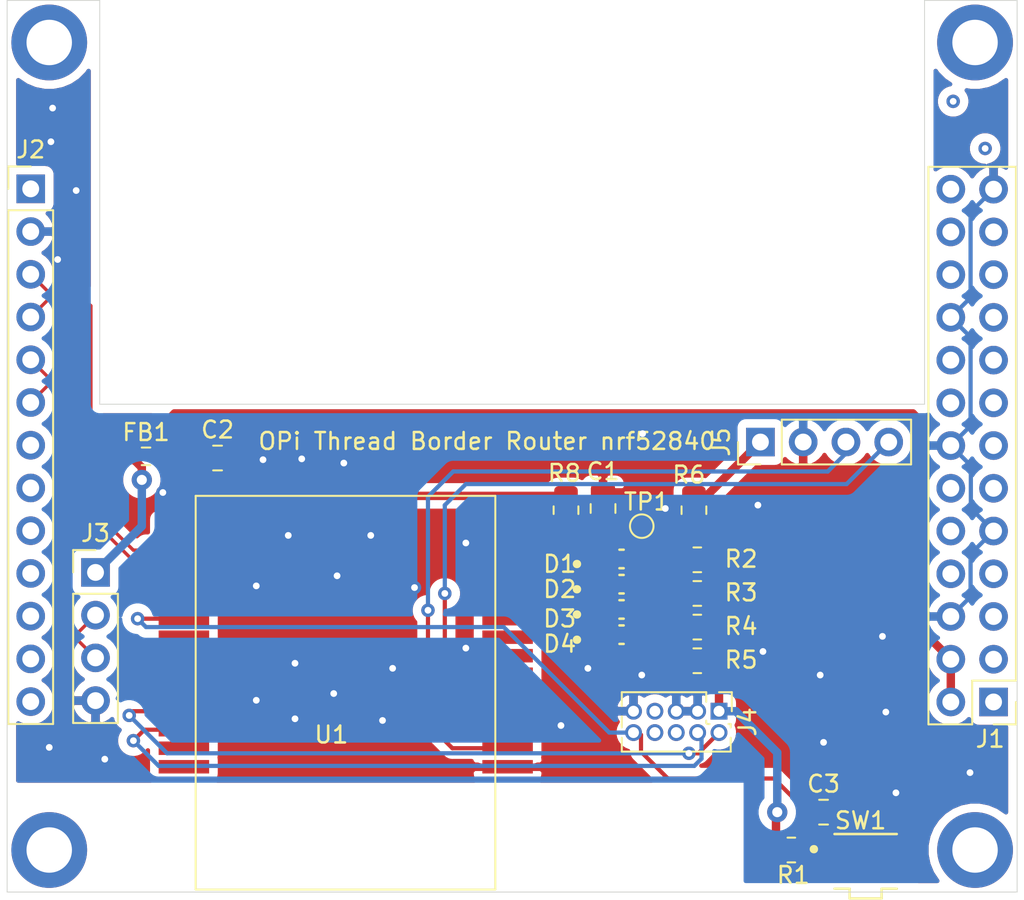
<source format=kicad_pcb>
(kicad_pcb (version 20171130) (host pcbnew 5.1.12-84ad8e8a86~92~ubuntu20.04.1)

  (general
    (thickness 1.6)
    (drawings 10)
    (tracks 202)
    (zones 0)
    (modules 27)
    (nets 24)
  )

  (page A4)
  (layers
    (0 F.Cu signal)
    (31 B.Cu signal)
    (32 B.Adhes user hide)
    (33 F.Adhes user hide)
    (34 B.Paste user)
    (35 F.Paste user)
    (36 B.SilkS user)
    (37 F.SilkS user)
    (38 B.Mask user hide)
    (39 F.Mask user hide)
    (40 Dwgs.User user hide)
    (41 Cmts.User user hide)
    (42 Eco1.User user hide)
    (43 Eco2.User user hide)
    (44 Edge.Cuts user)
    (45 Margin user hide)
    (46 B.CrtYd user hide)
    (47 F.CrtYd user hide)
    (48 B.Fab user hide)
    (49 F.Fab user hide)
  )

  (setup
    (last_trace_width 0.25)
    (user_trace_width 0.4)
    (user_trace_width 0.5)
    (user_trace_width 1)
    (trace_clearance 0.2)
    (zone_clearance 0.508)
    (zone_45_only no)
    (trace_min 0.2)
    (via_size 0.8)
    (via_drill 0.4)
    (via_min_size 0.4)
    (via_min_drill 0.3)
    (user_via 1.2 0.6)
    (uvia_size 0.3)
    (uvia_drill 0.1)
    (uvias_allowed no)
    (uvia_min_size 0.2)
    (uvia_min_drill 0.1)
    (edge_width 0.05)
    (segment_width 0.2)
    (pcb_text_width 0.3)
    (pcb_text_size 1.5 1.5)
    (mod_edge_width 0.12)
    (mod_text_size 1 1)
    (mod_text_width 0.15)
    (pad_size 1.524 1.524)
    (pad_drill 0.762)
    (pad_to_mask_clearance 0)
    (aux_axis_origin 0 0)
    (grid_origin 136.5 87.25)
    (visible_elements FFFFFF7F)
    (pcbplotparams
      (layerselection 0x010fc_ffffffff)
      (usegerberextensions false)
      (usegerberattributes true)
      (usegerberadvancedattributes true)
      (creategerberjobfile true)
      (excludeedgelayer true)
      (linewidth 0.100000)
      (plotframeref false)
      (viasonmask false)
      (mode 1)
      (useauxorigin false)
      (hpglpennumber 1)
      (hpglpenspeed 20)
      (hpglpendiameter 15.000000)
      (psnegative false)
      (psa4output false)
      (plotreference true)
      (plotvalue true)
      (plotinvisibletext false)
      (padsonsilk false)
      (subtractmaskfromsilk false)
      (outputformat 1)
      (mirror false)
      (drillshape 0)
      (scaleselection 1)
      (outputdirectory "gerber"))
  )

  (net 0 "")
  (net 1 GND)
  (net 2 +3V3)
  (net 3 +5V)
  (net 4 "Net-(C2-Pad1)")
  (net 5 /SWDIO)
  (net 6 /SWDCLK)
  (net 7 "Net-(C3-Pad1)")
  (net 8 "Net-(D1-Pad1)")
  (net 9 "Net-(D1-Pad2)")
  (net 10 "Net-(D2-Pad1)")
  (net 11 "Net-(D2-Pad2)")
  (net 12 "Net-(D3-Pad1)")
  (net 13 "Net-(D3-Pad2)")
  (net 14 "Net-(D4-Pad1)")
  (net 15 "Net-(D4-Pad2)")
  (net 16 VDDF)
  (net 17 VDD)
  (net 18 /USB3_D+)
  (net 19 /USB2_D+)
  (net 20 /USB2_D-)
  (net 21 /USB3_D-)
  (net 22 /nrf_SDA)
  (net 23 /nrf_SCL)

  (net_class Default "This is the default net class."
    (clearance 0.2)
    (trace_width 0.25)
    (via_dia 0.8)
    (via_drill 0.4)
    (uvia_dia 0.3)
    (uvia_drill 0.1)
    (add_net +3V3)
    (add_net +5V)
    (add_net /SWDCLK)
    (add_net /SWDIO)
    (add_net /USB2_D+)
    (add_net /USB2_D-)
    (add_net /USB3_D+)
    (add_net /USB3_D-)
    (add_net /nrf_SCL)
    (add_net /nrf_SDA)
    (add_net GND)
    (add_net "Net-(C2-Pad1)")
    (add_net "Net-(C3-Pad1)")
    (add_net "Net-(D1-Pad1)")
    (add_net "Net-(D1-Pad2)")
    (add_net "Net-(D2-Pad1)")
    (add_net "Net-(D2-Pad2)")
    (add_net "Net-(D3-Pad1)")
    (add_net "Net-(D3-Pad2)")
    (add_net "Net-(D4-Pad1)")
    (add_net "Net-(D4-Pad2)")
    (add_net VDD)
    (add_net VDDF)
  )

  (module Connector_PinHeader_2.54mm:PinHeader_1x04_P2.54mm_Vertical (layer F.Cu) (tedit 59FED5CC) (tstamp 61CA9705)
    (at 179.75 97.25 90)
    (descr "Through hole straight pin header, 1x04, 2.54mm pitch, single row")
    (tags "Through hole pin header THT 1x04 2.54mm single row")
    (path /61D0D67A)
    (fp_text reference J5 (at 0 -2.33 90) (layer F.SilkS)
      (effects (font (size 1 1) (thickness 0.15)))
    )
    (fp_text value Conn_01x04 (at 0 9.95 90) (layer F.Fab)
      (effects (font (size 1 1) (thickness 0.15)))
    )
    (fp_text user %R (at 0 3.81) (layer F.Fab)
      (effects (font (size 1 1) (thickness 0.15)))
    )
    (fp_line (start -0.635 -1.27) (end 1.27 -1.27) (layer F.Fab) (width 0.1))
    (fp_line (start 1.27 -1.27) (end 1.27 8.89) (layer F.Fab) (width 0.1))
    (fp_line (start 1.27 8.89) (end -1.27 8.89) (layer F.Fab) (width 0.1))
    (fp_line (start -1.27 8.89) (end -1.27 -0.635) (layer F.Fab) (width 0.1))
    (fp_line (start -1.27 -0.635) (end -0.635 -1.27) (layer F.Fab) (width 0.1))
    (fp_line (start -1.33 8.95) (end 1.33 8.95) (layer F.SilkS) (width 0.12))
    (fp_line (start -1.33 1.27) (end -1.33 8.95) (layer F.SilkS) (width 0.12))
    (fp_line (start 1.33 1.27) (end 1.33 8.95) (layer F.SilkS) (width 0.12))
    (fp_line (start -1.33 1.27) (end 1.33 1.27) (layer F.SilkS) (width 0.12))
    (fp_line (start -1.33 0) (end -1.33 -1.33) (layer F.SilkS) (width 0.12))
    (fp_line (start -1.33 -1.33) (end 0 -1.33) (layer F.SilkS) (width 0.12))
    (fp_line (start -1.8 -1.8) (end -1.8 9.4) (layer F.CrtYd) (width 0.05))
    (fp_line (start -1.8 9.4) (end 1.8 9.4) (layer F.CrtYd) (width 0.05))
    (fp_line (start 1.8 9.4) (end 1.8 -1.8) (layer F.CrtYd) (width 0.05))
    (fp_line (start 1.8 -1.8) (end -1.8 -1.8) (layer F.CrtYd) (width 0.05))
    (pad 4 thru_hole oval (at 0 7.62 90) (size 1.7 1.7) (drill 1) (layers *.Cu *.Mask)
      (net 22 /nrf_SDA))
    (pad 3 thru_hole oval (at 0 5.08 90) (size 1.7 1.7) (drill 1) (layers *.Cu *.Mask)
      (net 23 /nrf_SCL))
    (pad 2 thru_hole oval (at 0 2.54 90) (size 1.7 1.7) (drill 1) (layers *.Cu *.Mask)
      (net 1 GND))
    (pad 1 thru_hole rect (at 0 0 90) (size 1.7 1.7) (drill 1) (layers *.Cu *.Mask)
      (net 17 VDD))
    (model ${KISYS3DMOD}/Connector_PinHeader_2.54mm.3dshapes/PinHeader_1x04_P2.54mm_Vertical.wrl
      (at (xyz 0 0 0))
      (scale (xyz 1 1 1))
      (rotate (xyz 0 0 0))
    )
  )

  (module Resistor_SMD:R_0805_2012Metric (layer F.Cu) (tedit 5F68FEEE) (tstamp 61AF58AE)
    (at 168.2 101.3 90)
    (descr "Resistor SMD 0805 (2012 Metric), square (rectangular) end terminal, IPC_7351 nominal, (Body size source: IPC-SM-782 page 72, https://www.pcb-3d.com/wordpress/wp-content/uploads/ipc-sm-782a_amendment_1_and_2.pdf), generated with kicad-footprint-generator")
    (tags resistor)
    (path /61C87B73)
    (attr smd)
    (fp_text reference R8 (at 2.2 -0.1 180) (layer F.SilkS)
      (effects (font (size 1 1) (thickness 0.15)))
    )
    (fp_text value 4R7 (at 0 1.65 90) (layer F.Fab)
      (effects (font (size 1 1) (thickness 0.15)))
    )
    (fp_line (start -1 0.625) (end -1 -0.625) (layer F.Fab) (width 0.1))
    (fp_line (start -1 -0.625) (end 1 -0.625) (layer F.Fab) (width 0.1))
    (fp_line (start 1 -0.625) (end 1 0.625) (layer F.Fab) (width 0.1))
    (fp_line (start 1 0.625) (end -1 0.625) (layer F.Fab) (width 0.1))
    (fp_line (start -0.227064 -0.735) (end 0.227064 -0.735) (layer F.SilkS) (width 0.12))
    (fp_line (start -0.227064 0.735) (end 0.227064 0.735) (layer F.SilkS) (width 0.12))
    (fp_line (start -1.68 0.95) (end -1.68 -0.95) (layer F.CrtYd) (width 0.05))
    (fp_line (start -1.68 -0.95) (end 1.68 -0.95) (layer F.CrtYd) (width 0.05))
    (fp_line (start 1.68 -0.95) (end 1.68 0.95) (layer F.CrtYd) (width 0.05))
    (fp_line (start 1.68 0.95) (end -1.68 0.95) (layer F.CrtYd) (width 0.05))
    (fp_text user %R (at 0 0 90) (layer F.Fab)
      (effects (font (size 0.5 0.5) (thickness 0.08)))
    )
    (pad 2 smd roundrect (at 0.9125 0 90) (size 1.025 1.4) (layers F.Cu F.Paste F.Mask) (roundrect_rratio 0.2439014634146341)
      (net 4 "Net-(C2-Pad1)"))
    (pad 1 smd roundrect (at -0.9125 0 90) (size 1.025 1.4) (layers F.Cu F.Paste F.Mask) (roundrect_rratio 0.2439014634146341)
      (net 16 VDDF))
    (model ${KISYS3DMOD}/Resistor_SMD.3dshapes/R_0805_2012Metric.wrl
      (at (xyz 0 0 0))
      (scale (xyz 1 1 1))
      (rotate (xyz 0 0 0))
    )
  )

  (module Resistor_SMD:R_0805_2012Metric (layer F.Cu) (tedit 5F68FEEE) (tstamp 61AF588C)
    (at 175.8 101.3 270)
    (descr "Resistor SMD 0805 (2012 Metric), square (rectangular) end terminal, IPC_7351 nominal, (Body size source: IPC-SM-782 page 72, https://www.pcb-3d.com/wordpress/wp-content/uploads/ipc-sm-782a_amendment_1_and_2.pdf), generated with kicad-footprint-generator")
    (tags resistor)
    (path /61CB4401)
    (attr smd)
    (fp_text reference R6 (at -2.1 0.3 180) (layer F.SilkS)
      (effects (font (size 1 1) (thickness 0.15)))
    )
    (fp_text value 0 (at 0 1.65 90) (layer F.Fab)
      (effects (font (size 1 1) (thickness 0.15)))
    )
    (fp_line (start -1 0.625) (end -1 -0.625) (layer F.Fab) (width 0.1))
    (fp_line (start -1 -0.625) (end 1 -0.625) (layer F.Fab) (width 0.1))
    (fp_line (start 1 -0.625) (end 1 0.625) (layer F.Fab) (width 0.1))
    (fp_line (start 1 0.625) (end -1 0.625) (layer F.Fab) (width 0.1))
    (fp_line (start -0.227064 -0.735) (end 0.227064 -0.735) (layer F.SilkS) (width 0.12))
    (fp_line (start -0.227064 0.735) (end 0.227064 0.735) (layer F.SilkS) (width 0.12))
    (fp_line (start -1.68 0.95) (end -1.68 -0.95) (layer F.CrtYd) (width 0.05))
    (fp_line (start -1.68 -0.95) (end 1.68 -0.95) (layer F.CrtYd) (width 0.05))
    (fp_line (start 1.68 -0.95) (end 1.68 0.95) (layer F.CrtYd) (width 0.05))
    (fp_line (start 1.68 0.95) (end -1.68 0.95) (layer F.CrtYd) (width 0.05))
    (fp_text user %R (at 0 0 90) (layer F.Fab)
      (effects (font (size 0.5 0.5) (thickness 0.08)))
    )
    (pad 2 smd roundrect (at 0.9125 0 270) (size 1.025 1.4) (layers F.Cu F.Paste F.Mask) (roundrect_rratio 0.2439014634146341)
      (net 16 VDDF))
    (pad 1 smd roundrect (at -0.9125 0 270) (size 1.025 1.4) (layers F.Cu F.Paste F.Mask) (roundrect_rratio 0.2439014634146341)
      (net 17 VDD))
    (model ${KISYS3DMOD}/Resistor_SMD.3dshapes/R_0805_2012Metric.wrl
      (at (xyz 0 0 0))
      (scale (xyz 1 1 1))
      (rotate (xyz 0 0 0))
    )
  )

  (module MountingHole:MountingHole_2.7mm_M2.5_ISO14580_Pad (layer F.Cu) (tedit 56D1B4CB) (tstamp 61AA7778)
    (at 192.5 121.5)
    (descr "Mounting Hole 2.7mm, M2.5, ISO14580")
    (tags "mounting hole 2.7mm m2.5 iso14580")
    (path /61AB3D15)
    (attr virtual)
    (fp_text reference H4 (at 0 -3.25) (layer F.SilkS) hide
      (effects (font (size 1 1) (thickness 0.15)))
    )
    (fp_text value MountingHole (at 0 3.25) (layer F.Fab)
      (effects (font (size 1 1) (thickness 0.15)))
    )
    (fp_circle (center 0 0) (end 2.25 0) (layer Cmts.User) (width 0.15))
    (fp_circle (center 0 0) (end 2.5 0) (layer F.CrtYd) (width 0.05))
    (fp_text user %R (at 0.3 0) (layer F.Fab)
      (effects (font (size 1 1) (thickness 0.15)))
    )
    (pad 1 thru_hole circle (at 0 0) (size 4.5 4.5) (drill 2.7) (layers *.Cu *.Mask))
  )

  (module MountingHole:MountingHole_2.7mm_M2.5_ISO14580_Pad (layer F.Cu) (tedit 56D1B4CB) (tstamp 61AA7770)
    (at 192.5 73.5)
    (descr "Mounting Hole 2.7mm, M2.5, ISO14580")
    (tags "mounting hole 2.7mm m2.5 iso14580")
    (path /61AB30D6)
    (attr virtual)
    (fp_text reference H3 (at 0 -3.25) (layer F.SilkS) hide
      (effects (font (size 1 1) (thickness 0.15)))
    )
    (fp_text value MountingHole (at 0 3.25) (layer F.Fab)
      (effects (font (size 1 1) (thickness 0.15)))
    )
    (fp_circle (center 0 0) (end 2.25 0) (layer Cmts.User) (width 0.15))
    (fp_circle (center 0 0) (end 2.5 0) (layer F.CrtYd) (width 0.05))
    (fp_text user %R (at 0.3 0) (layer F.Fab)
      (effects (font (size 1 1) (thickness 0.15)))
    )
    (pad 1 thru_hole circle (at 0 0) (size 4.5 4.5) (drill 2.7) (layers *.Cu *.Mask))
  )

  (module MountingHole:MountingHole_2.7mm_M2.5_ISO14580_Pad (layer F.Cu) (tedit 56D1B4CB) (tstamp 61AA7768)
    (at 137.5 121.5)
    (descr "Mounting Hole 2.7mm, M2.5, ISO14580")
    (tags "mounting hole 2.7mm m2.5 iso14580")
    (path /61AB2343)
    (attr virtual)
    (fp_text reference H2 (at 0 -3.25) (layer F.SilkS) hide
      (effects (font (size 1 1) (thickness 0.15)))
    )
    (fp_text value MountingHole (at 0 3.25) (layer F.Fab)
      (effects (font (size 1 1) (thickness 0.15)))
    )
    (fp_circle (center 0 0) (end 2.25 0) (layer Cmts.User) (width 0.15))
    (fp_circle (center 0 0) (end 2.5 0) (layer F.CrtYd) (width 0.05))
    (fp_text user %R (at 0.3 0) (layer F.Fab)
      (effects (font (size 1 1) (thickness 0.15)))
    )
    (pad 1 thru_hole circle (at 0 0) (size 4.5 4.5) (drill 2.7) (layers *.Cu *.Mask))
  )

  (module MountingHole:MountingHole_2.7mm_M2.5_ISO14580_Pad (layer F.Cu) (tedit 56D1B4CB) (tstamp 61AA7760)
    (at 137.5 73.5)
    (descr "Mounting Hole 2.7mm, M2.5, ISO14580")
    (tags "mounting hole 2.7mm m2.5 iso14580")
    (path /61AB1CB3)
    (attr virtual)
    (fp_text reference H1 (at 0 -3.25) (layer F.SilkS) hide
      (effects (font (size 1 1) (thickness 0.15)))
    )
    (fp_text value MountingHole (at 0 3.25) (layer F.Fab)
      (effects (font (size 1 1) (thickness 0.15)))
    )
    (fp_circle (center 0 0) (end 2.25 0) (layer Cmts.User) (width 0.15))
    (fp_circle (center 0 0) (end 2.5 0) (layer F.CrtYd) (width 0.05))
    (fp_text user %R (at 0.3 0) (layer F.Fab)
      (effects (font (size 1 1) (thickness 0.15)))
    )
    (pad 1 thru_hole circle (at 0 0) (size 4.5 4.5) (drill 2.7) (layers *.Cu *.Mask))
  )

  (module Resistor_SMD:R_0805_2012Metric (layer F.Cu) (tedit 5F68FEEE) (tstamp 61AE78F3)
    (at 176 110.25 180)
    (descr "Resistor SMD 0805 (2012 Metric), square (rectangular) end terminal, IPC_7351 nominal, (Body size source: IPC-SM-782 page 72, https://www.pcb-3d.com/wordpress/wp-content/uploads/ipc-sm-782a_amendment_1_and_2.pdf), generated with kicad-footprint-generator")
    (tags resistor)
    (path /61BA4997)
    (attr smd)
    (fp_text reference R5 (at -2.6 0.05) (layer F.SilkS)
      (effects (font (size 1 1) (thickness 0.15)))
    )
    (fp_text value 220 (at 0 1.65) (layer F.Fab)
      (effects (font (size 1 1) (thickness 0.15)))
    )
    (fp_line (start -1 0.625) (end -1 -0.625) (layer F.Fab) (width 0.1))
    (fp_line (start -1 -0.625) (end 1 -0.625) (layer F.Fab) (width 0.1))
    (fp_line (start 1 -0.625) (end 1 0.625) (layer F.Fab) (width 0.1))
    (fp_line (start 1 0.625) (end -1 0.625) (layer F.Fab) (width 0.1))
    (fp_line (start -0.227064 -0.735) (end 0.227064 -0.735) (layer F.SilkS) (width 0.12))
    (fp_line (start -0.227064 0.735) (end 0.227064 0.735) (layer F.SilkS) (width 0.12))
    (fp_line (start -1.68 0.95) (end -1.68 -0.95) (layer F.CrtYd) (width 0.05))
    (fp_line (start -1.68 -0.95) (end 1.68 -0.95) (layer F.CrtYd) (width 0.05))
    (fp_line (start 1.68 -0.95) (end 1.68 0.95) (layer F.CrtYd) (width 0.05))
    (fp_line (start 1.68 0.95) (end -1.68 0.95) (layer F.CrtYd) (width 0.05))
    (fp_text user %R (at 0 0) (layer F.Fab)
      (effects (font (size 0.5 0.5) (thickness 0.08)))
    )
    (pad 2 smd roundrect (at 0.9125 0 180) (size 1.025 1.4) (layers F.Cu F.Paste F.Mask) (roundrect_rratio 0.2439014634146341)
      (net 15 "Net-(D4-Pad2)"))
    (pad 1 smd roundrect (at -0.9125 0 180) (size 1.025 1.4) (layers F.Cu F.Paste F.Mask) (roundrect_rratio 0.2439014634146341)
      (net 17 VDD))
    (model ${KISYS3DMOD}/Resistor_SMD.3dshapes/R_0805_2012Metric.wrl
      (at (xyz 0 0 0))
      (scale (xyz 1 1 1))
      (rotate (xyz 0 0 0))
    )
  )

  (module Resistor_SMD:R_0805_2012Metric (layer F.Cu) (tedit 5F68FEEE) (tstamp 61AE78E2)
    (at 176 108.25 180)
    (descr "Resistor SMD 0805 (2012 Metric), square (rectangular) end terminal, IPC_7351 nominal, (Body size source: IPC-SM-782 page 72, https://www.pcb-3d.com/wordpress/wp-content/uploads/ipc-sm-782a_amendment_1_and_2.pdf), generated with kicad-footprint-generator")
    (tags resistor)
    (path /61BA1EE0)
    (attr smd)
    (fp_text reference R4 (at -2.6 0.05) (layer F.SilkS)
      (effects (font (size 1 1) (thickness 0.15)))
    )
    (fp_text value 220 (at 0 1.65) (layer F.Fab)
      (effects (font (size 1 1) (thickness 0.15)))
    )
    (fp_line (start -1 0.625) (end -1 -0.625) (layer F.Fab) (width 0.1))
    (fp_line (start -1 -0.625) (end 1 -0.625) (layer F.Fab) (width 0.1))
    (fp_line (start 1 -0.625) (end 1 0.625) (layer F.Fab) (width 0.1))
    (fp_line (start 1 0.625) (end -1 0.625) (layer F.Fab) (width 0.1))
    (fp_line (start -0.227064 -0.735) (end 0.227064 -0.735) (layer F.SilkS) (width 0.12))
    (fp_line (start -0.227064 0.735) (end 0.227064 0.735) (layer F.SilkS) (width 0.12))
    (fp_line (start -1.68 0.95) (end -1.68 -0.95) (layer F.CrtYd) (width 0.05))
    (fp_line (start -1.68 -0.95) (end 1.68 -0.95) (layer F.CrtYd) (width 0.05))
    (fp_line (start 1.68 -0.95) (end 1.68 0.95) (layer F.CrtYd) (width 0.05))
    (fp_line (start 1.68 0.95) (end -1.68 0.95) (layer F.CrtYd) (width 0.05))
    (fp_text user %R (at 0 0) (layer F.Fab)
      (effects (font (size 0.5 0.5) (thickness 0.08)))
    )
    (pad 2 smd roundrect (at 0.9125 0 180) (size 1.025 1.4) (layers F.Cu F.Paste F.Mask) (roundrect_rratio 0.2439014634146341)
      (net 13 "Net-(D3-Pad2)"))
    (pad 1 smd roundrect (at -0.9125 0 180) (size 1.025 1.4) (layers F.Cu F.Paste F.Mask) (roundrect_rratio 0.2439014634146341)
      (net 17 VDD))
    (model ${KISYS3DMOD}/Resistor_SMD.3dshapes/R_0805_2012Metric.wrl
      (at (xyz 0 0 0))
      (scale (xyz 1 1 1))
      (rotate (xyz 0 0 0))
    )
  )

  (module Resistor_SMD:R_0805_2012Metric (layer F.Cu) (tedit 5F68FEEE) (tstamp 61AE78D1)
    (at 176 106.25 180)
    (descr "Resistor SMD 0805 (2012 Metric), square (rectangular) end terminal, IPC_7351 nominal, (Body size source: IPC-SM-782 page 72, https://www.pcb-3d.com/wordpress/wp-content/uploads/ipc-sm-782a_amendment_1_and_2.pdf), generated with kicad-footprint-generator")
    (tags resistor)
    (path /61B9F440)
    (attr smd)
    (fp_text reference R3 (at -2.6 0.05) (layer F.SilkS)
      (effects (font (size 1 1) (thickness 0.15)))
    )
    (fp_text value 220 (at 0 1.65) (layer F.Fab)
      (effects (font (size 1 1) (thickness 0.15)))
    )
    (fp_line (start -1 0.625) (end -1 -0.625) (layer F.Fab) (width 0.1))
    (fp_line (start -1 -0.625) (end 1 -0.625) (layer F.Fab) (width 0.1))
    (fp_line (start 1 -0.625) (end 1 0.625) (layer F.Fab) (width 0.1))
    (fp_line (start 1 0.625) (end -1 0.625) (layer F.Fab) (width 0.1))
    (fp_line (start -0.227064 -0.735) (end 0.227064 -0.735) (layer F.SilkS) (width 0.12))
    (fp_line (start -0.227064 0.735) (end 0.227064 0.735) (layer F.SilkS) (width 0.12))
    (fp_line (start -1.68 0.95) (end -1.68 -0.95) (layer F.CrtYd) (width 0.05))
    (fp_line (start -1.68 -0.95) (end 1.68 -0.95) (layer F.CrtYd) (width 0.05))
    (fp_line (start 1.68 -0.95) (end 1.68 0.95) (layer F.CrtYd) (width 0.05))
    (fp_line (start 1.68 0.95) (end -1.68 0.95) (layer F.CrtYd) (width 0.05))
    (fp_text user %R (at 0 0) (layer F.Fab)
      (effects (font (size 0.5 0.5) (thickness 0.08)))
    )
    (pad 2 smd roundrect (at 0.9125 0 180) (size 1.025 1.4) (layers F.Cu F.Paste F.Mask) (roundrect_rratio 0.2439014634146341)
      (net 11 "Net-(D2-Pad2)"))
    (pad 1 smd roundrect (at -0.9125 0 180) (size 1.025 1.4) (layers F.Cu F.Paste F.Mask) (roundrect_rratio 0.2439014634146341)
      (net 17 VDD))
    (model ${KISYS3DMOD}/Resistor_SMD.3dshapes/R_0805_2012Metric.wrl
      (at (xyz 0 0 0))
      (scale (xyz 1 1 1))
      (rotate (xyz 0 0 0))
    )
  )

  (module Resistor_SMD:R_0805_2012Metric (layer F.Cu) (tedit 5F68FEEE) (tstamp 61AE78C0)
    (at 176 104.25 180)
    (descr "Resistor SMD 0805 (2012 Metric), square (rectangular) end terminal, IPC_7351 nominal, (Body size source: IPC-SM-782 page 72, https://www.pcb-3d.com/wordpress/wp-content/uploads/ipc-sm-782a_amendment_1_and_2.pdf), generated with kicad-footprint-generator")
    (tags resistor)
    (path /61B95AB8)
    (attr smd)
    (fp_text reference R2 (at -2.6 0.05) (layer F.SilkS)
      (effects (font (size 1 1) (thickness 0.15)))
    )
    (fp_text value 220 (at 0 1.65) (layer F.Fab)
      (effects (font (size 1 1) (thickness 0.15)))
    )
    (fp_line (start -1 0.625) (end -1 -0.625) (layer F.Fab) (width 0.1))
    (fp_line (start -1 -0.625) (end 1 -0.625) (layer F.Fab) (width 0.1))
    (fp_line (start 1 -0.625) (end 1 0.625) (layer F.Fab) (width 0.1))
    (fp_line (start 1 0.625) (end -1 0.625) (layer F.Fab) (width 0.1))
    (fp_line (start -0.227064 -0.735) (end 0.227064 -0.735) (layer F.SilkS) (width 0.12))
    (fp_line (start -0.227064 0.735) (end 0.227064 0.735) (layer F.SilkS) (width 0.12))
    (fp_line (start -1.68 0.95) (end -1.68 -0.95) (layer F.CrtYd) (width 0.05))
    (fp_line (start -1.68 -0.95) (end 1.68 -0.95) (layer F.CrtYd) (width 0.05))
    (fp_line (start 1.68 -0.95) (end 1.68 0.95) (layer F.CrtYd) (width 0.05))
    (fp_line (start 1.68 0.95) (end -1.68 0.95) (layer F.CrtYd) (width 0.05))
    (fp_text user %R (at 0 0) (layer F.Fab)
      (effects (font (size 0.5 0.5) (thickness 0.08)))
    )
    (pad 2 smd roundrect (at 0.9125 0 180) (size 1.025 1.4) (layers F.Cu F.Paste F.Mask) (roundrect_rratio 0.2439014634146341)
      (net 9 "Net-(D1-Pad2)"))
    (pad 1 smd roundrect (at -0.9125 0 180) (size 1.025 1.4) (layers F.Cu F.Paste F.Mask) (roundrect_rratio 0.2439014634146341)
      (net 17 VDD))
    (model ${KISYS3DMOD}/Resistor_SMD.3dshapes/R_0805_2012Metric.wrl
      (at (xyz 0 0 0))
      (scale (xyz 1 1 1))
      (rotate (xyz 0 0 0))
    )
  )

  (module daughter_board:Lite-On-LTST-S220KRKT-0-0-0 (layer F.Cu) (tedit 5EF18019) (tstamp 61AE7723)
    (at 171.5 108.75)
    (path /61BAC76A)
    (fp_text reference D4 (at -4.75 0.5) (layer F.SilkS)
      (effects (font (size 1 1) (thickness 0.15)) (justify left))
    )
    (fp_text value LED (at 0 0) (layer F.SilkS) hide
      (effects (font (size 1.27 1.27) (thickness 0.15)))
    )
    (fp_line (start -1.125 0.5) (end -1.125 -0.6) (layer F.Fab) (width 0.15))
    (fp_line (start -1.125 -0.6) (end 1.125 -0.6) (layer F.Fab) (width 0.15))
    (fp_line (start 1.125 -0.6) (end 1.125 0.5) (layer F.Fab) (width 0.15))
    (fp_line (start 1.125 0.5) (end -1.125 0.5) (layer F.Fab) (width 0.15))
    (fp_circle (center -2.65 0.25) (end -2.525 0.25) (layer F.SilkS) (width 0.25))
    (fp_line (start 2.025 -0.625) (end 2.025 -0.625) (layer F.CrtYd) (width 0.15))
    (fp_line (start 2.025 -0.625) (end -2.025 -0.625) (layer F.CrtYd) (width 0.15))
    (fp_line (start -2.025 -0.625) (end -2.025 0.775) (layer F.CrtYd) (width 0.15))
    (fp_line (start -2.025 0.775) (end 2.025 0.775) (layer F.CrtYd) (width 0.15))
    (fp_line (start 2.025 0.775) (end 2.025 -0.625) (layer F.CrtYd) (width 0.15))
    (fp_line (start -0.125 -0.6) (end 0.125 -0.6) (layer F.SilkS) (width 0.15))
    (fp_line (start -0.125 0.5) (end 0.125 0.5) (layer F.SilkS) (width 0.15))
    (pad 1 smd rect (at -1.25 0.25) (size 1.5 1) (layers F.Cu F.Paste F.Mask)
      (net 14 "Net-(D4-Pad1)"))
    (pad 2 smd rect (at 1.25 0.25) (size 1.5 1) (layers F.Cu F.Paste F.Mask)
      (net 15 "Net-(D4-Pad2)"))
    (model eec.models/Lite-On_-_LTST-S220KRKT.step
      (at (xyz 0 0 0))
      (scale (xyz 1 1 1))
      (rotate (xyz 0 0 0))
    )
  )

  (module daughter_board:Lite-On-LTST-S220KRKT-0-0-0 (layer F.Cu) (tedit 5EF18019) (tstamp 61AE7711)
    (at 171.5 107.25)
    (path /61BA9A20)
    (fp_text reference D3 (at -4.75 0.5) (layer F.SilkS)
      (effects (font (size 1 1) (thickness 0.15)) (justify left))
    )
    (fp_text value LED (at 2.25 -1.25) (layer F.SilkS) hide
      (effects (font (size 1.27 1.27) (thickness 0.15)))
    )
    (fp_line (start -1.125 0.5) (end -1.125 -0.6) (layer F.Fab) (width 0.15))
    (fp_line (start -1.125 -0.6) (end 1.125 -0.6) (layer F.Fab) (width 0.15))
    (fp_line (start 1.125 -0.6) (end 1.125 0.5) (layer F.Fab) (width 0.15))
    (fp_line (start 1.125 0.5) (end -1.125 0.5) (layer F.Fab) (width 0.15))
    (fp_circle (center -2.65 0.25) (end -2.525 0.25) (layer F.SilkS) (width 0.25))
    (fp_line (start 2.025 -0.625) (end 2.025 -0.625) (layer F.CrtYd) (width 0.15))
    (fp_line (start 2.025 -0.625) (end -2.025 -0.625) (layer F.CrtYd) (width 0.15))
    (fp_line (start -2.025 -0.625) (end -2.025 0.775) (layer F.CrtYd) (width 0.15))
    (fp_line (start -2.025 0.775) (end 2.025 0.775) (layer F.CrtYd) (width 0.15))
    (fp_line (start 2.025 0.775) (end 2.025 -0.625) (layer F.CrtYd) (width 0.15))
    (fp_line (start -0.125 -0.6) (end 0.125 -0.6) (layer F.SilkS) (width 0.15))
    (fp_line (start -0.125 0.5) (end 0.125 0.5) (layer F.SilkS) (width 0.15))
    (pad 1 smd rect (at -1.25 0.25) (size 1.5 1) (layers F.Cu F.Paste F.Mask)
      (net 12 "Net-(D3-Pad1)"))
    (pad 2 smd rect (at 1.25 0.25) (size 1.5 1) (layers F.Cu F.Paste F.Mask)
      (net 13 "Net-(D3-Pad2)"))
    (model eec.models/Lite-On_-_LTST-S220KRKT.step
      (at (xyz 0 0 0))
      (scale (xyz 1 1 1))
      (rotate (xyz 0 0 0))
    )
  )

  (module daughter_board:Lite-On-LTST-S220KRKT-0-0-0 (layer F.Cu) (tedit 5EF18019) (tstamp 61AE76FF)
    (at 171.5 105.75)
    (path /61BA7E09)
    (fp_text reference D2 (at -4.75 0.25) (layer F.SilkS)
      (effects (font (size 1 1) (thickness 0.15)) (justify left))
    )
    (fp_text value LED (at 0 0) (layer F.SilkS) hide
      (effects (font (size 1.27 1.27) (thickness 0.15)))
    )
    (fp_line (start -1.125 0.5) (end -1.125 -0.6) (layer F.Fab) (width 0.15))
    (fp_line (start -1.125 -0.6) (end 1.125 -0.6) (layer F.Fab) (width 0.15))
    (fp_line (start 1.125 -0.6) (end 1.125 0.5) (layer F.Fab) (width 0.15))
    (fp_line (start 1.125 0.5) (end -1.125 0.5) (layer F.Fab) (width 0.15))
    (fp_circle (center -2.65 0.25) (end -2.525 0.25) (layer F.SilkS) (width 0.25))
    (fp_line (start 2.025 -0.625) (end 2.025 -0.625) (layer F.CrtYd) (width 0.15))
    (fp_line (start 2.025 -0.625) (end -2.025 -0.625) (layer F.CrtYd) (width 0.15))
    (fp_line (start -2.025 -0.625) (end -2.025 0.775) (layer F.CrtYd) (width 0.15))
    (fp_line (start -2.025 0.775) (end 2.025 0.775) (layer F.CrtYd) (width 0.15))
    (fp_line (start 2.025 0.775) (end 2.025 -0.625) (layer F.CrtYd) (width 0.15))
    (fp_line (start -0.125 -0.6) (end 0.125 -0.6) (layer F.SilkS) (width 0.15))
    (fp_line (start -0.125 0.5) (end 0.125 0.5) (layer F.SilkS) (width 0.15))
    (pad 1 smd rect (at -1.25 0.25) (size 1.5 1) (layers F.Cu F.Paste F.Mask)
      (net 10 "Net-(D2-Pad1)"))
    (pad 2 smd rect (at 1.25 0.25) (size 1.5 1) (layers F.Cu F.Paste F.Mask)
      (net 11 "Net-(D2-Pad2)"))
    (model eec.models/Lite-On_-_LTST-S220KRKT.step
      (at (xyz 0 0 0))
      (scale (xyz 1 1 1))
      (rotate (xyz 0 0 0))
    )
  )

  (module daughter_board:Lite-On-LTST-S220KRKT-0-0-0 (layer F.Cu) (tedit 5EF18019) (tstamp 61AE76ED)
    (at 171.5 104.25)
    (path /61BAF533)
    (fp_text reference D1 (at -4.75 0.25) (layer F.SilkS)
      (effects (font (size 1 1) (thickness 0.15)) (justify left))
    )
    (fp_text value LED (at 0 0) (layer F.SilkS) hide
      (effects (font (size 1.27 1.27) (thickness 0.15)))
    )
    (fp_line (start -1.125 0.5) (end -1.125 -0.6) (layer F.Fab) (width 0.15))
    (fp_line (start -1.125 -0.6) (end 1.125 -0.6) (layer F.Fab) (width 0.15))
    (fp_line (start 1.125 -0.6) (end 1.125 0.5) (layer F.Fab) (width 0.15))
    (fp_line (start 1.125 0.5) (end -1.125 0.5) (layer F.Fab) (width 0.15))
    (fp_circle (center -2.65 0.25) (end -2.525 0.25) (layer F.SilkS) (width 0.25))
    (fp_line (start 2.025 -0.625) (end 2.025 -0.625) (layer F.CrtYd) (width 0.15))
    (fp_line (start 2.025 -0.625) (end -2.025 -0.625) (layer F.CrtYd) (width 0.15))
    (fp_line (start -2.025 -0.625) (end -2.025 0.775) (layer F.CrtYd) (width 0.15))
    (fp_line (start -2.025 0.775) (end 2.025 0.775) (layer F.CrtYd) (width 0.15))
    (fp_line (start 2.025 0.775) (end 2.025 -0.625) (layer F.CrtYd) (width 0.15))
    (fp_line (start -0.125 -0.6) (end 0.125 -0.6) (layer F.SilkS) (width 0.15))
    (fp_line (start -0.125 0.5) (end 0.125 0.5) (layer F.SilkS) (width 0.15))
    (pad 1 smd rect (at -1.25 0.25) (size 1.5 1) (layers F.Cu F.Paste F.Mask)
      (net 8 "Net-(D1-Pad1)"))
    (pad 2 smd rect (at 1.25 0.25) (size 1.5 1) (layers F.Cu F.Paste F.Mask)
      (net 9 "Net-(D1-Pad2)"))
    (model eec.models/Lite-On_-_LTST-S220KRKT.step
      (at (xyz 0 0 0))
      (scale (xyz 1 1 1))
      (rotate (xyz 0 0 0))
    )
  )

  (module Capacitor_SMD:C_0805_2012Metric (layer F.Cu) (tedit 5F68FEEE) (tstamp 61AE76DB)
    (at 183.5 119.25)
    (descr "Capacitor SMD 0805 (2012 Metric), square (rectangular) end terminal, IPC_7351 nominal, (Body size source: IPC-SM-782 page 76, https://www.pcb-3d.com/wordpress/wp-content/uploads/ipc-sm-782a_amendment_1_and_2.pdf, https://docs.google.com/spreadsheets/d/1BsfQQcO9C6DZCsRaXUlFlo91Tg2WpOkGARC1WS5S8t0/edit?usp=sharing), generated with kicad-footprint-generator")
    (tags capacitor)
    (path /61BF3E26)
    (attr smd)
    (fp_text reference C3 (at 0 -1.68) (layer F.SilkS)
      (effects (font (size 1 1) (thickness 0.15)))
    )
    (fp_text value 100n (at 0 1.68) (layer F.Fab)
      (effects (font (size 1 1) (thickness 0.15)))
    )
    (fp_line (start -1 0.625) (end -1 -0.625) (layer F.Fab) (width 0.1))
    (fp_line (start -1 -0.625) (end 1 -0.625) (layer F.Fab) (width 0.1))
    (fp_line (start 1 -0.625) (end 1 0.625) (layer F.Fab) (width 0.1))
    (fp_line (start 1 0.625) (end -1 0.625) (layer F.Fab) (width 0.1))
    (fp_line (start -0.261252 -0.735) (end 0.261252 -0.735) (layer F.SilkS) (width 0.12))
    (fp_line (start -0.261252 0.735) (end 0.261252 0.735) (layer F.SilkS) (width 0.12))
    (fp_line (start -1.7 0.98) (end -1.7 -0.98) (layer F.CrtYd) (width 0.05))
    (fp_line (start -1.7 -0.98) (end 1.7 -0.98) (layer F.CrtYd) (width 0.05))
    (fp_line (start 1.7 -0.98) (end 1.7 0.98) (layer F.CrtYd) (width 0.05))
    (fp_line (start 1.7 0.98) (end -1.7 0.98) (layer F.CrtYd) (width 0.05))
    (fp_text user %R (at 0 0) (layer F.Fab)
      (effects (font (size 0.5 0.5) (thickness 0.08)))
    )
    (pad 2 smd roundrect (at 0.95 0) (size 1 1.45) (layers F.Cu F.Paste F.Mask) (roundrect_rratio 0.25)
      (net 1 GND))
    (pad 1 smd roundrect (at -0.95 0) (size 1 1.45) (layers F.Cu F.Paste F.Mask) (roundrect_rratio 0.25)
      (net 7 "Net-(C3-Pad1)"))
    (model ${KISYS3DMOD}/Capacitor_SMD.3dshapes/C_0805_2012Metric.wrl
      (at (xyz 0 0 0))
      (scale (xyz 1 1 1))
      (rotate (xyz 0 0 0))
    )
  )

  (module Resistor_SMD:R_0805_2012Metric (layer F.Cu) (tedit 5F68FEEE) (tstamp 61AE7B91)
    (at 181.5875 121.5)
    (descr "Resistor SMD 0805 (2012 Metric), square (rectangular) end terminal, IPC_7351 nominal, (Body size source: IPC-SM-782 page 72, https://www.pcb-3d.com/wordpress/wp-content/uploads/ipc-sm-782a_amendment_1_and_2.pdf), generated with kicad-footprint-generator")
    (tags resistor)
    (path /61ABFA33)
    (attr smd)
    (fp_text reference R1 (at 0.1125 1.5) (layer F.SilkS)
      (effects (font (size 1 1) (thickness 0.15)))
    )
    (fp_text value 10k (at 0 1.65) (layer F.Fab)
      (effects (font (size 1 1) (thickness 0.15)))
    )
    (fp_line (start 1.68 0.95) (end -1.68 0.95) (layer F.CrtYd) (width 0.05))
    (fp_line (start 1.68 -0.95) (end 1.68 0.95) (layer F.CrtYd) (width 0.05))
    (fp_line (start -1.68 -0.95) (end 1.68 -0.95) (layer F.CrtYd) (width 0.05))
    (fp_line (start -1.68 0.95) (end -1.68 -0.95) (layer F.CrtYd) (width 0.05))
    (fp_line (start -0.227064 0.735) (end 0.227064 0.735) (layer F.SilkS) (width 0.12))
    (fp_line (start -0.227064 -0.735) (end 0.227064 -0.735) (layer F.SilkS) (width 0.12))
    (fp_line (start 1 0.625) (end -1 0.625) (layer F.Fab) (width 0.1))
    (fp_line (start 1 -0.625) (end 1 0.625) (layer F.Fab) (width 0.1))
    (fp_line (start -1 -0.625) (end 1 -0.625) (layer F.Fab) (width 0.1))
    (fp_line (start -1 0.625) (end -1 -0.625) (layer F.Fab) (width 0.1))
    (fp_text user %R (at 0 0) (layer F.Fab)
      (effects (font (size 0.5 0.5) (thickness 0.08)))
    )
    (pad 2 smd roundrect (at 0.9125 0) (size 1.025 1.4) (layers F.Cu F.Paste F.Mask) (roundrect_rratio 0.2439014634146341)
      (net 7 "Net-(C3-Pad1)"))
    (pad 1 smd roundrect (at -0.9125 0) (size 1.025 1.4) (layers F.Cu F.Paste F.Mask) (roundrect_rratio 0.2439014634146341)
      (net 17 VDD))
    (model ${KISYS3DMOD}/Resistor_SMD.3dshapes/R_0805_2012Metric.wrl
      (at (xyz 0 0 0))
      (scale (xyz 1 1 1))
      (rotate (xyz 0 0 0))
    )
  )

  (module Resistor_SMD:R_0603_1608Metric_Pad0.98x0.95mm_HandSolder (layer F.Cu) (tedit 5F68FEEE) (tstamp 61AE372C)
    (at 143.25 98.1)
    (descr "Resistor SMD 0603 (1608 Metric), square (rectangular) end terminal, IPC_7351 nominal with elongated pad for handsoldering. (Body size source: IPC-SM-782 page 72, https://www.pcb-3d.com/wordpress/wp-content/uploads/ipc-sm-782a_amendment_1_and_2.pdf), generated with kicad-footprint-generator")
    (tags "resistor handsolder")
    (path /61B6EE17)
    (attr smd)
    (fp_text reference FB1 (at 0 -1.43) (layer F.SilkS)
      (effects (font (size 1 1) (thickness 0.15)))
    )
    (fp_text value BLM18HE152SN1D (at 0 1.43) (layer F.Fab)
      (effects (font (size 1 1) (thickness 0.15)))
    )
    (fp_line (start 1.65 0.73) (end -1.65 0.73) (layer F.CrtYd) (width 0.05))
    (fp_line (start 1.65 -0.73) (end 1.65 0.73) (layer F.CrtYd) (width 0.05))
    (fp_line (start -1.65 -0.73) (end 1.65 -0.73) (layer F.CrtYd) (width 0.05))
    (fp_line (start -1.65 0.73) (end -1.65 -0.73) (layer F.CrtYd) (width 0.05))
    (fp_line (start -0.254724 0.5225) (end 0.254724 0.5225) (layer F.SilkS) (width 0.12))
    (fp_line (start -0.254724 -0.5225) (end 0.254724 -0.5225) (layer F.SilkS) (width 0.12))
    (fp_line (start 0.8 0.4125) (end -0.8 0.4125) (layer F.Fab) (width 0.1))
    (fp_line (start 0.8 -0.4125) (end 0.8 0.4125) (layer F.Fab) (width 0.1))
    (fp_line (start -0.8 -0.4125) (end 0.8 -0.4125) (layer F.Fab) (width 0.1))
    (fp_line (start -0.8 0.4125) (end -0.8 -0.4125) (layer F.Fab) (width 0.1))
    (fp_text user %R (at 0 0) (layer F.Fab)
      (effects (font (size 0.4 0.4) (thickness 0.06)))
    )
    (pad 2 smd roundrect (at 0.9125 0) (size 0.975 0.95) (layers F.Cu F.Paste F.Mask) (roundrect_rratio 0.25)
      (net 4 "Net-(C2-Pad1)"))
    (pad 1 smd roundrect (at -0.9125 0) (size 0.975 0.95) (layers F.Cu F.Paste F.Mask) (roundrect_rratio 0.25)
      (net 3 +5V))
    (model ${KISYS3DMOD}/Resistor_SMD.3dshapes/R_0603_1608Metric.wrl
      (at (xyz 0 0 0))
      (scale (xyz 1 1 1))
      (rotate (xyz 0 0 0))
    )
  )

  (module Capacitor_SMD:C_0805_2012Metric (layer F.Cu) (tedit 5F68FEEE) (tstamp 61A3EA68)
    (at 147.5 98.2)
    (descr "Capacitor SMD 0805 (2012 Metric), square (rectangular) end terminal, IPC_7351 nominal, (Body size source: IPC-SM-782 page 76, https://www.pcb-3d.com/wordpress/wp-content/uploads/ipc-sm-782a_amendment_1_and_2.pdf, https://docs.google.com/spreadsheets/d/1BsfQQcO9C6DZCsRaXUlFlo91Tg2WpOkGARC1WS5S8t0/edit?usp=sharing), generated with kicad-footprint-generator")
    (tags capacitor)
    (path /61A69294)
    (attr smd)
    (fp_text reference C2 (at 0 -1.68) (layer F.SilkS)
      (effects (font (size 1 1) (thickness 0.15)))
    )
    (fp_text value 100n (at 0 1.68) (layer F.Fab)
      (effects (font (size 1 1) (thickness 0.15)))
    )
    (fp_line (start 1.7 0.98) (end -1.7 0.98) (layer F.CrtYd) (width 0.05))
    (fp_line (start 1.7 -0.98) (end 1.7 0.98) (layer F.CrtYd) (width 0.05))
    (fp_line (start -1.7 -0.98) (end 1.7 -0.98) (layer F.CrtYd) (width 0.05))
    (fp_line (start -1.7 0.98) (end -1.7 -0.98) (layer F.CrtYd) (width 0.05))
    (fp_line (start -0.261252 0.735) (end 0.261252 0.735) (layer F.SilkS) (width 0.12))
    (fp_line (start -0.261252 -0.735) (end 0.261252 -0.735) (layer F.SilkS) (width 0.12))
    (fp_line (start 1 0.625) (end -1 0.625) (layer F.Fab) (width 0.1))
    (fp_line (start 1 -0.625) (end 1 0.625) (layer F.Fab) (width 0.1))
    (fp_line (start -1 -0.625) (end 1 -0.625) (layer F.Fab) (width 0.1))
    (fp_line (start -1 0.625) (end -1 -0.625) (layer F.Fab) (width 0.1))
    (fp_text user %R (at 0 0) (layer F.Fab)
      (effects (font (size 0.5 0.5) (thickness 0.08)))
    )
    (pad 2 smd roundrect (at 0.95 0) (size 1 1.45) (layers F.Cu F.Paste F.Mask) (roundrect_rratio 0.25)
      (net 1 GND))
    (pad 1 smd roundrect (at -0.95 0) (size 1 1.45) (layers F.Cu F.Paste F.Mask) (roundrect_rratio 0.25)
      (net 4 "Net-(C2-Pad1)"))
    (model ${KISYS3DMOD}/Capacitor_SMD.3dshapes/C_0805_2012Metric.wrl
      (at (xyz 0 0 0))
      (scale (xyz 1 1 1))
      (rotate (xyz 0 0 0))
    )
  )

  (module Capacitor_SMD:C_0805_2012Metric (layer F.Cu) (tedit 5F68FEEE) (tstamp 61A3E222)
    (at 170.4 101.2 90)
    (descr "Capacitor SMD 0805 (2012 Metric), square (rectangular) end terminal, IPC_7351 nominal, (Body size source: IPC-SM-782 page 76, https://www.pcb-3d.com/wordpress/wp-content/uploads/ipc-sm-782a_amendment_1_and_2.pdf, https://docs.google.com/spreadsheets/d/1BsfQQcO9C6DZCsRaXUlFlo91Tg2WpOkGARC1WS5S8t0/edit?usp=sharing), generated with kicad-footprint-generator")
    (tags capacitor)
    (path /61A69899)
    (attr smd)
    (fp_text reference C1 (at 2.2 0 180) (layer F.SilkS)
      (effects (font (size 1 1) (thickness 0.15)))
    )
    (fp_text value 100n (at 0 1.68 90) (layer F.Fab)
      (effects (font (size 1 1) (thickness 0.15)))
    )
    (fp_line (start 1.7 0.98) (end -1.7 0.98) (layer F.CrtYd) (width 0.05))
    (fp_line (start 1.7 -0.98) (end 1.7 0.98) (layer F.CrtYd) (width 0.05))
    (fp_line (start -1.7 -0.98) (end 1.7 -0.98) (layer F.CrtYd) (width 0.05))
    (fp_line (start -1.7 0.98) (end -1.7 -0.98) (layer F.CrtYd) (width 0.05))
    (fp_line (start -0.261252 0.735) (end 0.261252 0.735) (layer F.SilkS) (width 0.12))
    (fp_line (start -0.261252 -0.735) (end 0.261252 -0.735) (layer F.SilkS) (width 0.12))
    (fp_line (start 1 0.625) (end -1 0.625) (layer F.Fab) (width 0.1))
    (fp_line (start 1 -0.625) (end 1 0.625) (layer F.Fab) (width 0.1))
    (fp_line (start -1 -0.625) (end 1 -0.625) (layer F.Fab) (width 0.1))
    (fp_line (start -1 0.625) (end -1 -0.625) (layer F.Fab) (width 0.1))
    (fp_text user %R (at 0 0 90) (layer F.Fab)
      (effects (font (size 0.5 0.5) (thickness 0.08)))
    )
    (pad 2 smd roundrect (at 0.95 0 90) (size 1 1.45) (layers F.Cu F.Paste F.Mask) (roundrect_rratio 0.25)
      (net 1 GND))
    (pad 1 smd roundrect (at -0.95 0 90) (size 1 1.45) (layers F.Cu F.Paste F.Mask) (roundrect_rratio 0.25)
      (net 16 VDDF))
    (model ${KISYS3DMOD}/Capacitor_SMD.3dshapes/C_0805_2012Metric.wrl
      (at (xyz 0 0 0))
      (scale (xyz 1 1 1))
      (rotate (xyz 0 0 0))
    )
  )

  (module Connector_PinHeader_1.27mm:PinHeader_2x05_P1.27mm_Vertical (layer F.Cu) (tedit 59FED6E3) (tstamp 61AAE533)
    (at 177.29 113.25 270)
    (descr "Through hole straight pin header, 2x05, 1.27mm pitch, double rows")
    (tags "Through hole pin header THT 2x05 1.27mm double row")
    (path /61AF7137)
    (fp_text reference J4 (at 0.635 -1.695 90) (layer F.SilkS)
      (effects (font (size 1 1) (thickness 0.15)))
    )
    (fp_text value Conn_02x05_Odd_Even (at 0.635 6.775 90) (layer F.Fab)
      (effects (font (size 1 1) (thickness 0.15)))
    )
    (fp_line (start 2.85 -1.15) (end -1.6 -1.15) (layer F.CrtYd) (width 0.05))
    (fp_line (start 2.85 6.25) (end 2.85 -1.15) (layer F.CrtYd) (width 0.05))
    (fp_line (start -1.6 6.25) (end 2.85 6.25) (layer F.CrtYd) (width 0.05))
    (fp_line (start -1.6 -1.15) (end -1.6 6.25) (layer F.CrtYd) (width 0.05))
    (fp_line (start -1.13 -0.76) (end 0 -0.76) (layer F.SilkS) (width 0.12))
    (fp_line (start -1.13 0) (end -1.13 -0.76) (layer F.SilkS) (width 0.12))
    (fp_line (start 1.57753 -0.695) (end 2.4 -0.695) (layer F.SilkS) (width 0.12))
    (fp_line (start 0.76 -0.695) (end 0.96247 -0.695) (layer F.SilkS) (width 0.12))
    (fp_line (start 0.76 -0.563471) (end 0.76 -0.695) (layer F.SilkS) (width 0.12))
    (fp_line (start 0.76 0.706529) (end 0.76 0.563471) (layer F.SilkS) (width 0.12))
    (fp_line (start 0.563471 0.76) (end 0.706529 0.76) (layer F.SilkS) (width 0.12))
    (fp_line (start -1.13 0.76) (end -0.563471 0.76) (layer F.SilkS) (width 0.12))
    (fp_line (start 2.4 -0.695) (end 2.4 5.775) (layer F.SilkS) (width 0.12))
    (fp_line (start -1.13 0.76) (end -1.13 5.775) (layer F.SilkS) (width 0.12))
    (fp_line (start 0.30753 5.775) (end 0.96247 5.775) (layer F.SilkS) (width 0.12))
    (fp_line (start 1.57753 5.775) (end 2.4 5.775) (layer F.SilkS) (width 0.12))
    (fp_line (start -1.13 5.775) (end -0.30753 5.775) (layer F.SilkS) (width 0.12))
    (fp_line (start -1.07 0.2175) (end -0.2175 -0.635) (layer F.Fab) (width 0.1))
    (fp_line (start -1.07 5.715) (end -1.07 0.2175) (layer F.Fab) (width 0.1))
    (fp_line (start 2.34 5.715) (end -1.07 5.715) (layer F.Fab) (width 0.1))
    (fp_line (start 2.34 -0.635) (end 2.34 5.715) (layer F.Fab) (width 0.1))
    (fp_line (start -0.2175 -0.635) (end 2.34 -0.635) (layer F.Fab) (width 0.1))
    (fp_text user %R (at 0.635 2.54) (layer F.Fab)
      (effects (font (size 1 1) (thickness 0.15)))
    )
    (pad 10 thru_hole oval (at 1.27 5.08 270) (size 1 1) (drill 0.65) (layers *.Cu *.Mask)
      (net 7 "Net-(C3-Pad1)"))
    (pad 9 thru_hole oval (at 0 5.08 270) (size 1 1) (drill 0.65) (layers *.Cu *.Mask)
      (net 1 GND))
    (pad 8 thru_hole oval (at 1.27 3.81 270) (size 1 1) (drill 0.65) (layers *.Cu *.Mask))
    (pad 7 thru_hole oval (at 0 3.81 270) (size 1 1) (drill 0.65) (layers *.Cu *.Mask))
    (pad 6 thru_hole oval (at 1.27 2.54 270) (size 1 1) (drill 0.65) (layers *.Cu *.Mask))
    (pad 5 thru_hole oval (at 0 2.54 270) (size 1 1) (drill 0.65) (layers *.Cu *.Mask)
      (net 1 GND))
    (pad 4 thru_hole oval (at 1.27 1.27 270) (size 1 1) (drill 0.65) (layers *.Cu *.Mask)
      (net 6 /SWDCLK))
    (pad 3 thru_hole oval (at 0 1.27 270) (size 1 1) (drill 0.65) (layers *.Cu *.Mask)
      (net 1 GND))
    (pad 2 thru_hole oval (at 1.27 0 270) (size 1 1) (drill 0.65) (layers *.Cu *.Mask)
      (net 5 /SWDIO))
    (pad 1 thru_hole rect (at 0 0 270) (size 1 1) (drill 0.65) (layers *.Cu *.Mask)
      (net 17 VDD))
    (model ${KISYS3DMOD}/Connector_PinHeader_1.27mm.3dshapes/PinHeader_2x05_P1.27mm_Vertical.wrl
      (at (xyz 0 0 0))
      (scale (xyz 1 1 1))
      (rotate (xyz 0 0 0))
    )
  )

  (module daughter_board:Panasonic-EVQ-P7A01P-0-0-MFG (layer F.Cu) (tedit 5EF140FA) (tstamp 61AE7BD4)
    (at 186 122.5)
    (path /61AC3466)
    (fp_text reference SW1 (at -1.925 -2.75) (layer F.SilkS)
      (effects (font (size 1 1) (thickness 0.15)) (justify left))
    )
    (fp_text value EVQ-P7A01P-switch2 (at 0 0) (layer F.SilkS) hide
      (effects (font (size 1.27 1.27) (thickness 0.15)))
    )
    (fp_line (start -1.85 1.875) (end -1.85 -1.875) (layer F.Fab) (width 0.15))
    (fp_line (start -1.85 -1.875) (end 1.85 -1.875) (layer F.Fab) (width 0.15))
    (fp_line (start 1.85 -1.875) (end 1.85 1.875) (layer F.Fab) (width 0.15))
    (fp_line (start 1.85 1.875) (end -1.85 1.875) (layer F.Fab) (width 0.15))
    (fp_line (start 2.525 -1.9) (end 2.525 -1.9) (layer F.CrtYd) (width 0.15))
    (fp_line (start 2.525 -1.9) (end -2.525 -1.9) (layer F.CrtYd) (width 0.15))
    (fp_line (start -2.525 -1.9) (end -2.525 1.9) (layer F.CrtYd) (width 0.15))
    (fp_line (start -2.525 1.9) (end 2.525 1.9) (layer F.CrtYd) (width 0.15))
    (fp_line (start 2.525 1.9) (end 2.525 -1.9) (layer F.CrtYd) (width 0.15))
    (fp_circle (center -3.075 -1.05) (end -2.95 -1.05) (layer F.SilkS) (width 0.25))
    (fp_line (start 0.95 1.875) (end -0.95 1.875) (layer F.SilkS) (width 0.15))
    (fp_line (start 0.95 1.3) (end 0.95 1.875) (layer F.SilkS) (width 0.15))
    (fp_line (start -0.95 1.3) (end -0.95 1.875) (layer F.SilkS) (width 0.15))
    (fp_line (start 0.95 1.3) (end 1.85 1.3) (layer F.SilkS) (width 0.15))
    (fp_line (start -1.85 1.3) (end -0.95 1.3) (layer F.SilkS) (width 0.15))
    (fp_line (start 1.85 -1.95) (end -1.85 -1.95) (layer F.SilkS) (width 0.15))
    (pad 1 smd rect (at -1.8 -1.05) (size 1.4 1.05) (layers F.Cu F.Paste F.Mask)
      (net 1 GND))
    (pad 1' smd rect (at 1.8 -1.05) (size 1.4 1.05) (layers F.Cu F.Paste F.Mask)
      (net 1 GND))
    (pad 2 smd rect (at -1.8 0.4) (size 1.4 1.05) (layers F.Cu F.Paste F.Mask)
      (net 7 "Net-(C3-Pad1)"))
    (pad 2' smd rect (at 1.8 0.4) (size 1.4 1.05) (layers F.Cu F.Paste F.Mask)
      (net 7 "Net-(C3-Pad1)"))
    (model eec.models/Panasonic_-_EVQ-P7A01P.step
      (offset (xyz 436.0304142514801 -0.789482788143158 -91.26687222930909))
      (scale (xyz 1 1 1))
      (rotate (xyz -90 0 0))
    )
  )

  (module Connector_PinHeader_2.54mm:PinHeader_1x04_P2.54mm_Vertical (layer F.Cu) (tedit 59FED5CC) (tstamp 61A3DAEC)
    (at 140.25 105)
    (descr "Through hole straight pin header, 1x04, 2.54mm pitch, single row")
    (tags "Through hole pin header THT 1x04 2.54mm single row")
    (path /61A40419)
    (fp_text reference J3 (at 0 -2.33) (layer F.SilkS)
      (effects (font (size 1 1) (thickness 0.15)))
    )
    (fp_text value Conn_01x04_Male (at 0 9.95) (layer F.Fab)
      (effects (font (size 1 1) (thickness 0.15)))
    )
    (fp_line (start 1.8 -1.8) (end -1.8 -1.8) (layer F.CrtYd) (width 0.05))
    (fp_line (start 1.8 9.4) (end 1.8 -1.8) (layer F.CrtYd) (width 0.05))
    (fp_line (start -1.8 9.4) (end 1.8 9.4) (layer F.CrtYd) (width 0.05))
    (fp_line (start -1.8 -1.8) (end -1.8 9.4) (layer F.CrtYd) (width 0.05))
    (fp_line (start -1.33 -1.33) (end 0 -1.33) (layer F.SilkS) (width 0.12))
    (fp_line (start -1.33 0) (end -1.33 -1.33) (layer F.SilkS) (width 0.12))
    (fp_line (start -1.33 1.27) (end 1.33 1.27) (layer F.SilkS) (width 0.12))
    (fp_line (start 1.33 1.27) (end 1.33 8.95) (layer F.SilkS) (width 0.12))
    (fp_line (start -1.33 1.27) (end -1.33 8.95) (layer F.SilkS) (width 0.12))
    (fp_line (start -1.33 8.95) (end 1.33 8.95) (layer F.SilkS) (width 0.12))
    (fp_line (start -1.27 -0.635) (end -0.635 -1.27) (layer F.Fab) (width 0.1))
    (fp_line (start -1.27 8.89) (end -1.27 -0.635) (layer F.Fab) (width 0.1))
    (fp_line (start 1.27 8.89) (end -1.27 8.89) (layer F.Fab) (width 0.1))
    (fp_line (start 1.27 -1.27) (end 1.27 8.89) (layer F.Fab) (width 0.1))
    (fp_line (start -0.635 -1.27) (end 1.27 -1.27) (layer F.Fab) (width 0.1))
    (fp_text user %R (at 0 3.81 90) (layer F.Fab)
      (effects (font (size 1 1) (thickness 0.15)))
    )
    (pad 4 thru_hole oval (at 0 7.62) (size 1.7 1.7) (drill 1) (layers *.Cu *.Mask)
      (net 1 GND))
    (pad 3 thru_hole oval (at 0 5.08) (size 1.7 1.7) (drill 1) (layers *.Cu *.Mask)
      (net 18 /USB3_D+))
    (pad 2 thru_hole oval (at 0 2.54) (size 1.7 1.7) (drill 1) (layers *.Cu *.Mask)
      (net 21 /USB3_D-))
    (pad 1 thru_hole rect (at 0 0) (size 1.7 1.7) (drill 1) (layers *.Cu *.Mask)
      (net 3 +5V))
    (model ${KISYS3DMOD}/Connector_PinHeader_2.54mm.3dshapes/PinHeader_1x04_P2.54mm_Vertical.wrl
      (at (xyz 0 0 0))
      (scale (xyz 1 1 1))
      (rotate (xyz 0 0 0))
    )
  )

  (module TestPoint:TestPoint_Pad_D1.0mm (layer F.Cu) (tedit 5A0F774F) (tstamp 61A3E29D)
    (at 172.7 102.25)
    (descr "SMD pad as test Point, diameter 1.0mm")
    (tags "test point SMD pad")
    (path /61A59609)
    (attr virtual)
    (fp_text reference TP1 (at 0.3 -1.45) (layer F.SilkS)
      (effects (font (size 1 1) (thickness 0.15)))
    )
    (fp_text value TP (at 0 1.55) (layer F.Fab)
      (effects (font (size 1 1) (thickness 0.15)))
    )
    (fp_circle (center 0 0) (end 1 0) (layer F.CrtYd) (width 0.05))
    (fp_circle (center 0 0) (end 0 0.7) (layer F.SilkS) (width 0.12))
    (fp_text user %R (at 0 -1.45) (layer F.Fab)
      (effects (font (size 1 1) (thickness 0.15)))
    )
    (pad 1 smd circle (at 0 0) (size 1 1) (layers F.Cu F.Mask)
      (net 16 VDDF))
  )

  (module daughter_board:MS88SF2 (layer F.Cu) (tedit 61A37944) (tstamp 61A3E2C1)
    (at 155 113.25 180)
    (path /61A2F07A)
    (attr smd)
    (fp_text reference U1 (at 0.74 -1.4) (layer F.SilkS)
      (effects (font (size 1 1) (thickness 0.15)))
    )
    (fp_text value MS88SF2_nRF52840 (at 0.62 1.26 180) (layer F.Fab)
      (effects (font (size 1 1) (thickness 0.15)))
    )
    (fp_line (start -9 12.8) (end -9 -10.6) (layer F.SilkS) (width 0.12))
    (fp_line (start -9 -10.6) (end 8.8 -10.6) (layer F.SilkS) (width 0.12))
    (fp_line (start -9 12.8) (end 8.8 12.8) (layer F.SilkS) (width 0.12))
    (fp_line (start 8.8 12.8) (end 8.8 -10.6) (layer F.SilkS) (width 0.12))
    (pad 28 smd rect (at 9.5 -3.3 90) (size 0.8 3) (layers F.Cu F.Paste F.Mask))
    (pad 27 smd rect (at 9.5 -2.2 90) (size 0.8 3) (layers F.Cu F.Paste F.Mask))
    (pad 26 smd rect (at 9.5 -1.1 90) (size 0.8 3) (layers F.Cu F.Paste F.Mask)
      (net 6 /SWDCLK))
    (pad 25 smd rect (at 9.5 0 90) (size 0.8 3) (layers F.Cu F.Paste F.Mask)
      (net 5 /SWDIO))
    (pad 24 smd rect (at 9.5 1.1 90) (size 0.8 3) (layers F.Cu F.Paste F.Mask))
    (pad 23 smd rect (at 9.5 2.2 90) (size 0.8 3) (layers F.Cu F.Paste F.Mask))
    (pad 22 smd rect (at 9.5 3.3 90) (size 0.8 3) (layers F.Cu F.Paste F.Mask))
    (pad 21 smd rect (at 9.5 4.4 90) (size 0.8 3) (layers F.Cu F.Paste F.Mask))
    (pad 20 smd rect (at 9.5 5.5 90) (size 0.8 3) (layers F.Cu F.Paste F.Mask)
      (net 7 "Net-(C3-Pad1)"))
    (pad 19 smd rect (at 9.5 6.6 90) (size 0.8 3) (layers F.Cu F.Paste F.Mask))
    (pad 18 smd rect (at 9.5 7.7 90) (size 0.8 3) (layers F.Cu F.Paste F.Mask))
    (pad 17 smd rect (at 9.5 8.8 90) (size 0.8 3) (layers F.Cu F.Paste F.Mask)
      (net 19 /USB2_D+))
    (pad 16 smd rect (at 9.5 9.9 90) (size 0.8 3) (layers F.Cu F.Paste F.Mask)
      (net 20 /USB2_D-))
    (pad 15 smd rect (at 9.5 11 90) (size 0.8 3) (layers F.Cu F.Paste F.Mask)
      (net 4 "Net-(C2-Pad1)"))
    (pad 14 smd rect (at -9.73 11 90) (size 0.8 3) (layers F.Cu F.Paste F.Mask)
      (net 16 VDDF))
    (pad 13 smd rect (at -9.73 9.9 90) (size 0.8 3) (layers F.Cu F.Paste F.Mask)
      (net 1 GND))
    (pad 12 smd rect (at -9.73 8.8 90) (size 0.8 3) (layers F.Cu F.Paste F.Mask)
      (net 8 "Net-(D1-Pad1)"))
    (pad 11 smd rect (at -9.73 7.7 90) (size 0.8 3) (layers F.Cu F.Paste F.Mask)
      (net 10 "Net-(D2-Pad1)"))
    (pad 10 smd rect (at -9.73 6.6 90) (size 0.8 3) (layers F.Cu F.Paste F.Mask)
      (net 12 "Net-(D3-Pad1)"))
    (pad 9 smd rect (at -9.73 5.5 90) (size 0.8 3) (layers F.Cu F.Paste F.Mask)
      (net 14 "Net-(D4-Pad1)"))
    (pad 8 smd rect (at -9.73 4.4 90) (size 0.8 3) (layers F.Cu F.Paste F.Mask))
    (pad 7 smd rect (at -9.73 3.3 90) (size 0.8 3) (layers F.Cu F.Paste F.Mask))
    (pad 6 smd rect (at -9.73 2.2 90) (size 0.8 3) (layers F.Cu F.Paste F.Mask))
    (pad 5 smd rect (at -9.73 1.1 90) (size 0.8 3) (layers F.Cu F.Paste F.Mask))
    (pad 4 smd rect (at -9.73 0 90) (size 0.8 3) (layers F.Cu F.Paste F.Mask))
    (pad 3 smd rect (at -9.73 -1.1 90) (size 0.8 3) (layers F.Cu F.Paste F.Mask)
      (net 22 /nrf_SDA))
    (pad 2 smd rect (at -9.73 -2.2 90) (size 0.8 3) (layers F.Cu F.Paste F.Mask)
      (net 23 /nrf_SCL))
    (pad 1 smd rect (at -9.73 -3.3 90) (size 0.8 3) (layers F.Cu F.Paste F.Mask)
      (net 1 GND))
  )

  (module Connector_PinHeader_2.54mm:PinHeader_1x13_P2.54mm_Vertical (layer F.Cu) (tedit 59FED5CC) (tstamp 61CA11EE)
    (at 136.4 82.2)
    (descr "Through hole straight pin header, 1x13, 2.54mm pitch, single row")
    (tags "Through hole pin header THT 1x13 2.54mm single row")
    (path /61A6D3D7)
    (fp_text reference J2 (at 0 -2.33) (layer F.SilkS)
      (effects (font (size 1 1) (thickness 0.15)))
    )
    (fp_text value Conn_01x13_Female (at 0 32.81) (layer F.Fab)
      (effects (font (size 1 1) (thickness 0.15)))
    )
    (fp_line (start -0.635 -1.27) (end 1.27 -1.27) (layer F.Fab) (width 0.1))
    (fp_line (start 1.27 -1.27) (end 1.27 31.75) (layer F.Fab) (width 0.1))
    (fp_line (start 1.27 31.75) (end -1.27 31.75) (layer F.Fab) (width 0.1))
    (fp_line (start -1.27 31.75) (end -1.27 -0.635) (layer F.Fab) (width 0.1))
    (fp_line (start -1.27 -0.635) (end -0.635 -1.27) (layer F.Fab) (width 0.1))
    (fp_line (start -1.33 31.81) (end 1.33 31.81) (layer F.SilkS) (width 0.12))
    (fp_line (start -1.33 1.27) (end -1.33 31.81) (layer F.SilkS) (width 0.12))
    (fp_line (start 1.33 1.27) (end 1.33 31.81) (layer F.SilkS) (width 0.12))
    (fp_line (start -1.33 1.27) (end 1.33 1.27) (layer F.SilkS) (width 0.12))
    (fp_line (start -1.33 0) (end -1.33 -1.33) (layer F.SilkS) (width 0.12))
    (fp_line (start -1.33 -1.33) (end 0 -1.33) (layer F.SilkS) (width 0.12))
    (fp_line (start -1.8 -1.8) (end -1.8 32.25) (layer F.CrtYd) (width 0.05))
    (fp_line (start -1.8 32.25) (end 1.8 32.25) (layer F.CrtYd) (width 0.05))
    (fp_line (start 1.8 32.25) (end 1.8 -1.8) (layer F.CrtYd) (width 0.05))
    (fp_line (start 1.8 -1.8) (end -1.8 -1.8) (layer F.CrtYd) (width 0.05))
    (fp_text user %R (at 0 15.24 90) (layer F.Fab)
      (effects (font (size 1 1) (thickness 0.15)))
    )
    (pad 13 thru_hole oval (at 0 30.48) (size 1.7 1.7) (drill 1) (layers *.Cu *.Mask))
    (pad 12 thru_hole oval (at 0 27.94) (size 1.7 1.7) (drill 1) (layers *.Cu *.Mask))
    (pad 11 thru_hole oval (at 0 25.4) (size 1.7 1.7) (drill 1) (layers *.Cu *.Mask))
    (pad 10 thru_hole oval (at 0 22.86) (size 1.7 1.7) (drill 1) (layers *.Cu *.Mask))
    (pad 9 thru_hole oval (at 0 20.32) (size 1.7 1.7) (drill 1) (layers *.Cu *.Mask))
    (pad 8 thru_hole oval (at 0 17.78) (size 1.7 1.7) (drill 1) (layers *.Cu *.Mask))
    (pad 7 thru_hole oval (at 0 15.24) (size 1.7 1.7) (drill 1) (layers *.Cu *.Mask))
    (pad 6 thru_hole oval (at 0 12.7) (size 1.7 1.7) (drill 1) (layers *.Cu *.Mask)
      (net 18 /USB3_D+))
    (pad 5 thru_hole oval (at 0 10.16) (size 1.7 1.7) (drill 1) (layers *.Cu *.Mask)
      (net 21 /USB3_D-))
    (pad 4 thru_hole oval (at 0 7.62) (size 1.7 1.7) (drill 1) (layers *.Cu *.Mask)
      (net 19 /USB2_D+))
    (pad 3 thru_hole oval (at 0 5.08) (size 1.7 1.7) (drill 1) (layers *.Cu *.Mask)
      (net 20 /USB2_D-))
    (pad 2 thru_hole oval (at 0 2.54) (size 1.7 1.7) (drill 1) (layers *.Cu *.Mask)
      (net 1 GND))
    (pad 1 thru_hole rect (at 0 0) (size 1.7 1.7) (drill 1) (layers *.Cu *.Mask)
      (net 3 +5V))
    (model ${KISYS3DMOD}/Connector_PinHeader_2.54mm.3dshapes/PinHeader_1x13_P2.54mm_Vertical.wrl
      (at (xyz 0 0 0))
      (scale (xyz 1 1 1))
      (rotate (xyz 0 0 0))
    )
  )

  (module Connector_PinHeader_2.54mm:PinHeader_2x13_P2.54mm_Vertical (layer F.Cu) (tedit 59FED5CC) (tstamp 61AF41C7)
    (at 193.6 112.7 180)
    (descr "Through hole straight pin header, 2x13, 2.54mm pitch, double rows")
    (tags "Through hole pin header THT 2x13 2.54mm double row")
    (path /61A2AD10)
    (fp_text reference J1 (at 0.2 -2.2) (layer F.SilkS)
      (effects (font (size 1 1) (thickness 0.15)))
    )
    (fp_text value Conn_02x13_Odd_Even (at 1.27 32.81) (layer F.Fab)
      (effects (font (size 1 1) (thickness 0.15)))
    )
    (fp_line (start 0 -1.27) (end 3.81 -1.27) (layer F.Fab) (width 0.1))
    (fp_line (start 3.81 -1.27) (end 3.81 31.75) (layer F.Fab) (width 0.1))
    (fp_line (start 3.81 31.75) (end -1.27 31.75) (layer F.Fab) (width 0.1))
    (fp_line (start -1.27 31.75) (end -1.27 0) (layer F.Fab) (width 0.1))
    (fp_line (start -1.27 0) (end 0 -1.27) (layer F.Fab) (width 0.1))
    (fp_line (start -1.33 31.81) (end 3.87 31.81) (layer F.SilkS) (width 0.12))
    (fp_line (start -1.33 1.27) (end -1.33 31.81) (layer F.SilkS) (width 0.12))
    (fp_line (start 3.87 -1.33) (end 3.87 31.81) (layer F.SilkS) (width 0.12))
    (fp_line (start -1.33 1.27) (end 1.27 1.27) (layer F.SilkS) (width 0.12))
    (fp_line (start 1.27 1.27) (end 1.27 -1.33) (layer F.SilkS) (width 0.12))
    (fp_line (start 1.27 -1.33) (end 3.87 -1.33) (layer F.SilkS) (width 0.12))
    (fp_line (start -1.33 0) (end -1.33 -1.33) (layer F.SilkS) (width 0.12))
    (fp_line (start -1.33 -1.33) (end 0 -1.33) (layer F.SilkS) (width 0.12))
    (fp_line (start -1.8 -1.8) (end -1.8 32.25) (layer F.CrtYd) (width 0.05))
    (fp_line (start -1.8 32.25) (end 4.35 32.25) (layer F.CrtYd) (width 0.05))
    (fp_line (start 4.35 32.25) (end 4.35 -1.8) (layer F.CrtYd) (width 0.05))
    (fp_line (start 4.35 -1.8) (end -1.8 -1.8) (layer F.CrtYd) (width 0.05))
    (fp_text user %R (at 1.27 15.24 90) (layer F.Fab)
      (effects (font (size 1 1) (thickness 0.15)))
    )
    (pad 26 thru_hole oval (at 2.54 30.48 180) (size 1.7 1.7) (drill 1) (layers *.Cu *.Mask))
    (pad 25 thru_hole oval (at 0 30.48 180) (size 1.7 1.7) (drill 1) (layers *.Cu *.Mask)
      (net 1 GND))
    (pad 24 thru_hole oval (at 2.54 27.94 180) (size 1.7 1.7) (drill 1) (layers *.Cu *.Mask))
    (pad 23 thru_hole oval (at 0 27.94 180) (size 1.7 1.7) (drill 1) (layers *.Cu *.Mask))
    (pad 22 thru_hole oval (at 2.54 25.4 180) (size 1.7 1.7) (drill 1) (layers *.Cu *.Mask))
    (pad 21 thru_hole oval (at 0 25.4 180) (size 1.7 1.7) (drill 1) (layers *.Cu *.Mask))
    (pad 20 thru_hole oval (at 2.54 22.86 180) (size 1.7 1.7) (drill 1) (layers *.Cu *.Mask)
      (net 1 GND))
    (pad 19 thru_hole oval (at 0 22.86 180) (size 1.7 1.7) (drill 1) (layers *.Cu *.Mask))
    (pad 18 thru_hole oval (at 2.54 20.32 180) (size 1.7 1.7) (drill 1) (layers *.Cu *.Mask))
    (pad 17 thru_hole oval (at 0 20.32 180) (size 1.7 1.7) (drill 1) (layers *.Cu *.Mask)
      (net 2 +3V3))
    (pad 16 thru_hole oval (at 2.54 17.78 180) (size 1.7 1.7) (drill 1) (layers *.Cu *.Mask))
    (pad 15 thru_hole oval (at 0 17.78 180) (size 1.7 1.7) (drill 1) (layers *.Cu *.Mask))
    (pad 14 thru_hole oval (at 2.54 15.24 180) (size 1.7 1.7) (drill 1) (layers *.Cu *.Mask)
      (net 1 GND))
    (pad 13 thru_hole oval (at 0 15.24 180) (size 1.7 1.7) (drill 1) (layers *.Cu *.Mask))
    (pad 12 thru_hole oval (at 2.54 12.7 180) (size 1.7 1.7) (drill 1) (layers *.Cu *.Mask))
    (pad 11 thru_hole oval (at 0 12.7 180) (size 1.7 1.7) (drill 1) (layers *.Cu *.Mask))
    (pad 10 thru_hole oval (at 2.54 10.16 180) (size 1.7 1.7) (drill 1) (layers *.Cu *.Mask))
    (pad 9 thru_hole oval (at 0 10.16 180) (size 1.7 1.7) (drill 1) (layers *.Cu *.Mask)
      (net 1 GND))
    (pad 8 thru_hole oval (at 2.54 7.62 180) (size 1.7 1.7) (drill 1) (layers *.Cu *.Mask))
    (pad 7 thru_hole oval (at 0 7.62 180) (size 1.7 1.7) (drill 1) (layers *.Cu *.Mask))
    (pad 6 thru_hole oval (at 2.54 5.08 180) (size 1.7 1.7) (drill 1) (layers *.Cu *.Mask)
      (net 1 GND))
    (pad 5 thru_hole oval (at 0 5.08 180) (size 1.7 1.7) (drill 1) (layers *.Cu *.Mask))
    (pad 4 thru_hole oval (at 2.54 2.54 180) (size 1.7 1.7) (drill 1) (layers *.Cu *.Mask)
      (net 3 +5V))
    (pad 3 thru_hole oval (at 0 2.54 180) (size 1.7 1.7) (drill 1) (layers *.Cu *.Mask))
    (pad 2 thru_hole oval (at 2.54 0 180) (size 1.7 1.7) (drill 1) (layers *.Cu *.Mask)
      (net 3 +5V))
    (pad 1 thru_hole rect (at 0 0 180) (size 1.7 1.7) (drill 1) (layers *.Cu *.Mask)
      (net 2 +3V3))
    (model ${KISYS3DMOD}/Connector_PinHeader_2.54mm.3dshapes/PinHeader_2x13_P2.54mm_Vertical.wrl
      (at (xyz 0 0 0))
      (scale (xyz 1 1 1))
      (rotate (xyz 0 0 0))
    )
  )

  (gr_text "OPi Thread Border Router nrf52840" (at 163.5 97.2) (layer F.SilkS)
    (effects (font (size 1 1) (thickness 0.15)))
  )
  (gr_line (start 189 95) (end 189.5 95) (layer Edge.Cuts) (width 0.05) (tstamp 61AF4273))
  (gr_line (start 135 71) (end 135 124) (layer Edge.Cuts) (width 0.05))
  (gr_line (start 140.5 71) (end 135 71) (layer Edge.Cuts) (width 0.05))
  (gr_line (start 140.5 95) (end 140.5 71) (layer Edge.Cuts) (width 0.05))
  (gr_line (start 189 95) (end 140.5 95) (layer Edge.Cuts) (width 0.05))
  (gr_line (start 189.5 71) (end 189.5 95) (layer Edge.Cuts) (width 0.05))
  (gr_line (start 195 71) (end 189.5 71) (layer Edge.Cuts) (width 0.05))
  (gr_line (start 195 124) (end 195 71) (layer Edge.Cuts) (width 0.05))
  (gr_line (start 135 124) (end 195 124) (layer Edge.Cuts) (width 0.05) (tstamp 61AE7BB5))

  (via (at 191.2 77) (size 0.8) (drill 0.4) (layers F.Cu B.Cu) (net 0))
  (via (at 193.1 79.8) (size 0.8) (drill 0.4) (layers F.Cu B.Cu) (net 0))
  (via (at 152.5 98.25) (size 0.8) (drill 0.4) (layers F.Cu B.Cu) (net 1))
  (via (at 155 98.5) (size 0.8) (drill 0.4) (layers F.Cu B.Cu) (net 1))
  (via (at 149.8 112.6) (size 0.8) (drill 0.4) (layers F.Cu B.Cu) (net 1))
  (via (at 152.1 110.4) (size 0.8) (drill 0.4) (layers F.Cu B.Cu) (net 1))
  (via (at 154.4 112.2) (size 0.8) (drill 0.4) (layers F.Cu B.Cu) (net 1))
  (via (at 157.9 110.7) (size 0.8) (drill 0.4) (layers F.Cu B.Cu) (net 1))
  (via (at 162.25 109.5) (size 0.8) (drill 0.4) (layers F.Cu B.Cu) (net 1))
  (via (at 159.2 105.9) (size 0.8) (drill 0.4) (layers F.Cu B.Cu) (net 1))
  (via (at 156.6 102.8) (size 0.8) (drill 0.4) (layers F.Cu B.Cu) (net 1))
  (via (at 154.6 105.2) (size 0.8) (drill 0.4) (layers F.Cu B.Cu) (net 1))
  (via (at 151.7 102.8) (size 0.8) (drill 0.4) (layers F.Cu B.Cu) (net 1))
  (via (at 149.8 105.8) (size 0.8) (drill 0.4) (layers F.Cu B.Cu) (net 1))
  (via (at 144.25 100.25) (size 0.8) (drill 0.4) (layers F.Cu B.Cu) (net 1))
  (via (at 162.25 103.25) (size 0.8) (drill 0.4) (layers F.Cu B.Cu) (net 1))
  (via (at 157.3 113.8) (size 0.8) (drill 0.4) (layers F.Cu B.Cu) (net 1))
  (via (at 152.1 113.7) (size 0.8) (drill 0.4) (layers F.Cu B.Cu) (net 1))
  (via (at 140.8 116.1) (size 0.8) (drill 0.4) (layers F.Cu B.Cu) (net 1))
  (via (at 137.5 115.4) (size 0.8) (drill 0.4) (layers F.Cu B.Cu) (net 1))
  (via (at 174.1 101.2) (size 0.8) (drill 0.4) (layers F.Cu B.Cu) (net 1))
  (via (at 172.75 96.75) (size 0.8) (drill 0.4) (layers F.Cu B.Cu) (net 1))
  (via (at 179.6 101) (size 0.8) (drill 0.4) (layers F.Cu B.Cu) (net 1))
  (via (at 187 108.8) (size 0.8) (drill 0.4) (layers F.Cu B.Cu) (net 1))
  (via (at 179.9 109.7) (size 0.8) (drill 0.4) (layers F.Cu B.Cu) (net 1))
  (via (at 183.3 111.1) (size 0.8) (drill 0.4) (layers F.Cu B.Cu) (net 1))
  (via (at 192.2 116.9) (size 0.8) (drill 0.4) (layers F.Cu B.Cu) (net 1))
  (via (at 187.8 118.1) (size 0.8) (drill 0.4) (layers F.Cu B.Cu) (net 1))
  (via (at 183.5 115.1) (size 0.8) (drill 0.4) (layers F.Cu B.Cu) (net 1))
  (via (at 187.2 113.3) (size 0.8) (drill 0.4) (layers F.Cu B.Cu) (net 1))
  (via (at 172.7 111.1) (size 0.8) (drill 0.4) (layers F.Cu B.Cu) (net 1))
  (via (at 169.5 110.7) (size 0.8) (drill 0.4) (layers F.Cu B.Cu) (net 1))
  (via (at 167.9 114.1) (size 0.8) (drill 0.4) (layers F.Cu B.Cu) (net 1))
  (via (at 137.7 77.4) (size 0.8) (drill 0.4) (layers F.Cu B.Cu) (net 1))
  (via (at 137.6 79.4) (size 0.8) (drill 0.4) (layers F.Cu B.Cu) (net 1))
  (via (at 139.1 82.3) (size 0.8) (drill 0.4) (layers F.Cu B.Cu) (net 1))
  (via (at 138 86.4) (size 0.8) (drill 0.4) (layers F.Cu B.Cu) (net 1))
  (via (at 150.2 98.3) (size 0.8) (drill 0.4) (layers F.Cu B.Cu) (net 1))
  (segment (start 192.235001 103.904999) (end 193.6 102.54) (width 0.25) (layer B.Cu) (net 1))
  (segment (start 192.235001 106.444999) (end 192.235001 103.904999) (width 0.25) (layer B.Cu) (net 1))
  (segment (start 191.06 107.62) (end 192.235001 106.444999) (width 0.25) (layer B.Cu) (net 1))
  (segment (start 193.6 102.54) (end 192.25 101.19) (width 0.25) (layer B.Cu) (net 1))
  (segment (start 192.25 98.65) (end 191.06 97.46) (width 0.25) (layer B.Cu) (net 1))
  (segment (start 192.25 101.19) (end 192.25 98.65) (width 0.25) (layer B.Cu) (net 1))
  (segment (start 192.235001 96.284999) (end 192.235001 91.015001) (width 0.25) (layer B.Cu) (net 1))
  (segment (start 192.235001 91.015001) (end 191.06 89.84) (width 0.25) (layer B.Cu) (net 1))
  (segment (start 191.06 97.46) (end 192.235001 96.284999) (width 0.25) (layer B.Cu) (net 1))
  (segment (start 192.235001 83.584999) (end 193.6 82.22) (width 0.25) (layer B.Cu) (net 1))
  (segment (start 192.235001 88.664999) (end 192.235001 83.584999) (width 0.25) (layer B.Cu) (net 1))
  (segment (start 191.06 89.84) (end 192.235001 88.664999) (width 0.25) (layer B.Cu) (net 1))
  (segment (start 191.06 110.16) (end 190.36 110.16) (width 0.25) (layer F.Cu) (net 3))
  (segment (start 142.3375 98.1) (end 142.4 98.1) (width 0.5) (layer F.Cu) (net 3))
  (segment (start 191.06 112.7) (end 191.06 110.16) (width 0.5) (layer F.Cu) (net 3))
  (segment (start 140.25 105) (end 143 102.25) (width 0.5) (layer B.Cu) (net 3))
  (segment (start 143 102.25) (end 143 99.5) (width 0.5) (layer B.Cu) (net 3))
  (via (at 143 99.5) (size 1.2) (drill 0.6) (layers F.Cu B.Cu) (net 3))
  (segment (start 143 98.7625) (end 142.3375 98.1) (width 0.5) (layer F.Cu) (net 3))
  (segment (start 143 99.5) (end 143 98.7625) (width 0.5) (layer F.Cu) (net 3))
  (segment (start 189.25 108.35) (end 191.06 110.16) (width 0.5) (layer F.Cu) (net 3))
  (segment (start 189.25 96) (end 189.25 108.35) (width 0.5) (layer F.Cu) (net 3))
  (segment (start 188.799999 95.549999) (end 189.25 96) (width 0.5) (layer F.Cu) (net 3))
  (segment (start 144.950001 95.549999) (end 188.799999 95.549999) (width 0.5) (layer F.Cu) (net 3))
  (segment (start 143.47501 97.02499) (end 144.950001 95.549999) (width 0.5) (layer F.Cu) (net 3))
  (segment (start 143.41251 97.02499) (end 143.47501 97.02499) (width 0.5) (layer F.Cu) (net 3))
  (segment (start 142.3375 98.1) (end 143.41251 97.02499) (width 0.5) (layer F.Cu) (net 3))
  (segment (start 146.55 98.2) (end 146.55 99.15) (width 0.25) (layer F.Cu) (net 4))
  (segment (start 146.55 99.15) (end 146.674999 99.274999) (width 0.25) (layer F.Cu) (net 4))
  (segment (start 146.45 98.1) (end 146.55 98.2) (width 0.5) (layer F.Cu) (net 4))
  (segment (start 144.1625 98.1) (end 146.45 98.1) (width 0.5) (layer F.Cu) (net 4))
  (segment (start 145.5 101.5) (end 146.55 100.45) (width 0.5) (layer F.Cu) (net 4))
  (segment (start 145.5 102.25) (end 145.5 101.5) (width 0.5) (layer F.Cu) (net 4))
  (segment (start 146.55 100.3) (end 146.55 98.2) (width 0.5) (layer F.Cu) (net 4))
  (segment (start 146.55 100.45) (end 146.55 100.3) (width 0.25) (layer F.Cu) (net 4))
  (segment (start 168.1375 100.45) (end 168.2 100.3875) (width 0.5) (layer F.Cu) (net 4))
  (segment (start 146.55 100.45) (end 168.1375 100.45) (width 0.5) (layer F.Cu) (net 4))
  (via (at 142.25 113.5) (size 0.8) (drill 0.4) (layers F.Cu B.Cu) (net 5))
  (segment (start 142.5 113.25) (end 142.25 113.5) (width 0.25) (layer F.Cu) (net 5))
  (segment (start 145.5 113.25) (end 142.5 113.25) (width 0.25) (layer F.Cu) (net 5))
  (segment (start 142.25 113.5) (end 144.5 115.75) (width 0.25) (layer B.Cu) (net 5))
  (segment (start 144.5 115.75) (end 175.5 115.75) (width 0.25) (layer B.Cu) (net 5))
  (via (at 175.5 115.75) (size 0.8) (drill 0.4) (layers F.Cu B.Cu) (net 5))
  (segment (start 176.06 115.75) (end 177.29 114.52) (width 0.25) (layer F.Cu) (net 5))
  (segment (start 175.5 115.75) (end 176.06 115.75) (width 0.25) (layer F.Cu) (net 5))
  (via (at 142.5 115) (size 0.8) (drill 0.4) (layers F.Cu B.Cu) (net 6))
  (segment (start 143.15 114.35) (end 142.5 115) (width 0.25) (layer F.Cu) (net 6))
  (segment (start 145.5 114.35) (end 143.15 114.35) (width 0.25) (layer F.Cu) (net 6))
  (segment (start 176.25 114.75) (end 176.02 114.52) (width 0.25) (layer B.Cu) (net 6))
  (segment (start 176.25 116.073002) (end 176.25 114.75) (width 0.25) (layer B.Cu) (net 6))
  (segment (start 144 116.5) (end 175.823002 116.5) (width 0.25) (layer B.Cu) (net 6))
  (segment (start 175.823002 116.5) (end 176.25 116.073002) (width 0.25) (layer B.Cu) (net 6))
  (segment (start 142.5 115) (end 144 116.5) (width 0.25) (layer B.Cu) (net 6))
  (segment (start 182.4575 121.08) (end 182.5375 121) (width 0.25) (layer F.Cu) (net 7) (tstamp 61AE7BB2))
  (via (at 142.75 107.75) (size 0.8) (drill 0.4) (layers F.Cu B.Cu) (net 7))
  (segment (start 145.5 107.75) (end 142.75 107.75) (width 0.25) (layer F.Cu) (net 7))
  (segment (start 142.75 107.75) (end 143.25 108.25) (width 0.25) (layer B.Cu) (net 7))
  (segment (start 143.25 108.25) (end 164.5 108.25) (width 0.25) (layer B.Cu) (net 7))
  (segment (start 170.77 114.52) (end 172.21 114.52) (width 0.25) (layer B.Cu) (net 7))
  (segment (start 164.5 108.25) (end 170.77 114.52) (width 0.25) (layer B.Cu) (net 7))
  (segment (start 182.55 121.45) (end 182.5 121.5) (width 0.25) (layer F.Cu) (net 7))
  (segment (start 182.55 119.25) (end 182.55 121.45) (width 0.25) (layer F.Cu) (net 7))
  (segment (start 182.5 121.5) (end 182.5 122) (width 0.25) (layer F.Cu) (net 7))
  (segment (start 183.4 122.9) (end 184.7 122.9) (width 0.25) (layer F.Cu) (net 7))
  (segment (start 182.5 122) (end 183.4 122.9) (width 0.25) (layer F.Cu) (net 7))
  (segment (start 184.7 122.9) (end 188.3 122.9) (width 0.25) (layer F.Cu) (net 7))
  (segment (start 174.25 117.25) (end 180.55 117.25) (width 0.25) (layer F.Cu) (net 7))
  (segment (start 172.654999 115.654999) (end 174.25 117.25) (width 0.25) (layer F.Cu) (net 7))
  (segment (start 172.654999 114.654999) (end 172.654999 115.654999) (width 0.25) (layer F.Cu) (net 7))
  (segment (start 180.55 117.25) (end 182.55 119.25) (width 0.25) (layer F.Cu) (net 7))
  (segment (start 172.52 114.52) (end 172.654999 114.654999) (width 0.25) (layer F.Cu) (net 7))
  (segment (start 172.21 114.52) (end 172.52 114.52) (width 0.25) (layer F.Cu) (net 7))
  (segment (start 170.2 104.45) (end 170.25 104.5) (width 0.25) (layer F.Cu) (net 8))
  (segment (start 164.73 104.45) (end 170.2 104.45) (width 0.25) (layer F.Cu) (net 8))
  (segment (start 172.75 104.5) (end 175.0875 104.5) (width 0.25) (layer F.Cu) (net 9))
  (segment (start 164.73 105.55) (end 165.45 105.55) (width 0.25) (layer F.Cu) (net 10))
  (segment (start 170.25 106) (end 168.25 106) (width 0.25) (layer F.Cu) (net 10))
  (segment (start 167.8 105.55) (end 164.73 105.55) (width 0.25) (layer F.Cu) (net 10))
  (segment (start 168.25 106) (end 167.8 105.55) (width 0.25) (layer F.Cu) (net 10))
  (segment (start 174.8375 106) (end 175.0875 106.25) (width 0.25) (layer F.Cu) (net 11))
  (segment (start 172.75 106) (end 174.8375 106) (width 0.25) (layer F.Cu) (net 11))
  (segment (start 167.33 107.5) (end 170.25 107.5) (width 0.25) (layer F.Cu) (net 12))
  (segment (start 166.48 106.65) (end 167.33 107.5) (width 0.25) (layer F.Cu) (net 12))
  (segment (start 164.73 106.65) (end 166.48 106.65) (width 0.25) (layer F.Cu) (net 12))
  (segment (start 172.75 107.5) (end 173.75 107.5) (width 0.25) (layer F.Cu) (net 13))
  (segment (start 174.25 108) (end 175.0875 108) (width 0.25) (layer F.Cu) (net 13))
  (segment (start 173.75 107.5) (end 174.25 108) (width 0.25) (layer F.Cu) (net 13))
  (segment (start 164.73 107.75) (end 166.25 107.75) (width 0.25) (layer F.Cu) (net 14))
  (segment (start 167.5 109) (end 170.25 109) (width 0.25) (layer F.Cu) (net 14))
  (segment (start 166.25 107.75) (end 167.5 109) (width 0.25) (layer F.Cu) (net 14))
  (segment (start 174.25 110.25) (end 175.0875 110.25) (width 0.25) (layer F.Cu) (net 15))
  (segment (start 173 109) (end 174.25 110.25) (width 0.25) (layer F.Cu) (net 15))
  (segment (start 172.75 109) (end 173 109) (width 0.25) (layer F.Cu) (net 15))
  (segment (start 175.7625 102.25) (end 175.8 102.2125) (width 0.5) (layer F.Cu) (net 16))
  (segment (start 164.73 102.25) (end 175.7625 102.25) (width 0.5) (layer F.Cu) (net 16))
  (segment (start 176.9125 104.5) (end 176.9125 109.75) (width 0.25) (layer F.Cu) (net 17))
  (segment (start 177.29 110.1275) (end 176.9125 109.75) (width 0.25) (layer F.Cu) (net 17))
  (via (at 180.75 119.25) (size 1.2) (drill 0.6) (layers F.Cu B.Cu) (net 17))
  (segment (start 177.29 110.76391) (end 176.844295 110.318205) (width 0.25) (layer F.Cu) (net 17))
  (segment (start 177.29 113.25) (end 177.29 110.76391) (width 0.25) (layer F.Cu) (net 17))
  (segment (start 176.9125 104.25) (end 176.9125 110.25) (width 0.5) (layer F.Cu) (net 17))
  (segment (start 176.9125 110.25) (end 176.9125 110.4125) (width 0.5) (layer F.Cu) (net 17))
  (segment (start 177.29 110.79) (end 177.29 113.25) (width 0.5) (layer F.Cu) (net 17))
  (segment (start 176.9125 110.4125) (end 177.29 110.79) (width 0.5) (layer F.Cu) (net 17))
  (segment (start 180.675 119.325) (end 180.75 119.25) (width 0.5) (layer F.Cu) (net 17))
  (segment (start 180.675 121.5) (end 180.675 119.325) (width 0.5) (layer F.Cu) (net 17))
  (segment (start 180.75 115.71) (end 180.75 119.25) (width 0.5) (layer B.Cu) (net 17))
  (segment (start 178.29 113.25) (end 180.75 115.71) (width 0.5) (layer B.Cu) (net 17))
  (segment (start 177.29 113.25) (end 178.29 113.25) (width 0.5) (layer B.Cu) (net 17))
  (segment (start 177.675 99.325) (end 180.25 96.75) (width 0.5) (layer F.Cu) (net 17))
  (segment (start 176.9125 104.25) (end 177.5 103.6625) (width 0.5) (layer F.Cu) (net 17))
  (segment (start 177.5 102.0875) (end 175.8 100.3875) (width 0.5) (layer F.Cu) (net 17))
  (segment (start 177.5 103.6625) (end 177.5 102.0875) (width 0.5) (layer F.Cu) (net 17))
  (segment (start 176.6125 100.3875) (end 180.25 96.75) (width 0.5) (layer F.Cu) (net 17))
  (segment (start 175.8 100.3875) (end 176.6125 100.3875) (width 0.5) (layer F.Cu) (net 17))
  (segment (start 136.4 94.9) (end 137.445 93.855) (width 0.2) (layer F.Cu) (net 18))
  (segment (start 137.445 93.855) (end 138.0368 93.855) (width 0.2) (layer F.Cu) (net 18))
  (segment (start 138.0368 93.855) (end 138.275 94.0932) (width 0.2) (layer F.Cu) (net 18))
  (segment (start 138.275 94.0932) (end 138.275 108.5932) (width 0.2) (layer F.Cu) (net 18))
  (segment (start 139.205 109.035) (end 140.25 110.08) (width 0.2) (layer F.Cu) (net 18))
  (segment (start 138.7168 109.035) (end 139.205 109.035) (width 0.2) (layer F.Cu) (net 18))
  (segment (start 138.275 108.5932) (end 138.7168 109.035) (width 0.2) (layer F.Cu) (net 18))
  (segment (start 136.4 89.82) (end 137.445 88.775) (width 0.2) (layer F.Cu) (net 19))
  (segment (start 137.445 88.775) (end 138.9568 88.775) (width 0.2) (layer F.Cu) (net 19))
  (segment (start 138.9568 88.775) (end 139.525 89.3432) (width 0.2) (layer F.Cu) (net 19))
  (segment (start 139.525 89.3432) (end 139.525 101.3432) (width 0.2) (layer F.Cu) (net 19))
  (segment (start 143.249999 104.45) (end 145.5 104.45) (width 0.2) (layer F.Cu) (net 19))
  (segment (start 142.924999 104.125) (end 143.249999 104.45) (width 0.2) (layer F.Cu) (net 19))
  (segment (start 142.3068 104.125) (end 142.924999 104.125) (width 0.2) (layer F.Cu) (net 19))
  (segment (start 139.525 101.3432) (end 142.3068 104.125) (width 0.2) (layer F.Cu) (net 19))
  (segment (start 136.4 87.28) (end 137.445 88.325) (width 0.2) (layer F.Cu) (net 20))
  (segment (start 142.924999 103.675) (end 143.249999 103.35) (width 0.2) (layer F.Cu) (net 20))
  (segment (start 137.445 88.325) (end 139.1432 88.325) (width 0.2) (layer F.Cu) (net 20))
  (segment (start 139.1432 88.325) (end 139.975 89.1568) (width 0.2) (layer F.Cu) (net 20))
  (segment (start 139.975 89.1568) (end 139.975 101.1568) (width 0.2) (layer F.Cu) (net 20))
  (segment (start 139.975 101.1568) (end 142.4932 103.675) (width 0.2) (layer F.Cu) (net 20))
  (segment (start 142.4932 103.675) (end 142.924999 103.675) (width 0.2) (layer F.Cu) (net 20))
  (segment (start 143.249999 103.35) (end 145.5 103.35) (width 0.2) (layer F.Cu) (net 20))
  (segment (start 136.4 92.36) (end 137.445 93.405) (width 0.2) (layer F.Cu) (net 21))
  (segment (start 137.445 93.405) (end 138.2232 93.405) (width 0.2) (layer F.Cu) (net 21))
  (segment (start 138.2232 93.405) (end 138.725 93.9068) (width 0.2) (layer F.Cu) (net 21))
  (segment (start 138.725 93.9068) (end 138.725 108.4068) (width 0.2) (layer F.Cu) (net 21))
  (segment (start 139.205 108.585) (end 140.25 107.54) (width 0.2) (layer F.Cu) (net 21))
  (segment (start 138.9032 108.585) (end 139.205 108.585) (width 0.2) (layer F.Cu) (net 21))
  (segment (start 138.725 108.4068) (end 138.9032 108.585) (width 0.2) (layer F.Cu) (net 21))
  (via (at 161 106.25) (size 0.8) (drill 0.4) (layers F.Cu B.Cu) (net 22))
  (segment (start 162.98 114.35) (end 164.73 114.35) (width 0.25) (layer F.Cu) (net 22))
  (segment (start 161 112.37) (end 162.98 114.35) (width 0.25) (layer F.Cu) (net 22))
  (segment (start 161 106.25) (end 161 112.37) (width 0.25) (layer F.Cu) (net 22))
  (segment (start 187.37 97.25) (end 184.87 99.75) (width 0.25) (layer B.Cu) (net 22))
  (segment (start 162.25 99.75) (end 161 101) (width 0.25) (layer B.Cu) (net 22))
  (segment (start 184.87 99.75) (end 162.25 99.75) (width 0.25) (layer B.Cu) (net 22))
  (segment (start 161 101) (end 161 106.25) (width 0.25) (layer B.Cu) (net 22))
  (segment (start 185.33 96.75) (end 185.33 97.42) (width 0.25) (layer B.Cu) (net 23))
  (via (at 160 107.25) (size 0.8) (drill 0.4) (layers F.Cu B.Cu) (net 23))
  (segment (start 160 107.25) (end 160 114) (width 0.25) (layer F.Cu) (net 23))
  (segment (start 161.45 115.45) (end 164.73 115.45) (width 0.25) (layer F.Cu) (net 23))
  (segment (start 160 114) (end 161.45 115.45) (width 0.25) (layer F.Cu) (net 23))
  (segment (start 160 100.5) (end 160 100.75) (width 0.25) (layer B.Cu) (net 23))
  (segment (start 161.5 99) (end 160 100.5) (width 0.25) (layer B.Cu) (net 23))
  (segment (start 183.75 99) (end 161.5 99) (width 0.25) (layer B.Cu) (net 23))
  (segment (start 184.83 97.92) (end 183.75 99) (width 0.25) (layer B.Cu) (net 23))
  (segment (start 160 100.75) (end 160 107.25) (width 0.25) (layer B.Cu) (net 23))
  (segment (start 184.83 97.25) (end 184.83 97.92) (width 0.25) (layer B.Cu) (net 23))

  (zone (net 0) (net_name "") (layers F&B.Cu) (tstamp 0) (hatch edge 0.508)
    (connect_pads (clearance 0.508))
    (min_thickness 0.254)
    (keepout (tracks not_allowed) (vias not_allowed) (copperpour not_allowed))
    (fill (arc_segments 32) (thermal_gap 0.508) (thermal_bridge_width 0.508))
    (polygon
      (pts
        (xy 178.75 124) (xy 135 124) (xy 135 117.5) (xy 178.75 117.5)
      )
    )
  )
  (zone (net 1) (net_name GND) (layer F.Cu) (tstamp 61AF5EAC) (hatch edge 0.508)
    (connect_pads (clearance 0.508))
    (min_thickness 0.254)
    (fill yes (arc_segments 32) (thermal_gap 0.508) (thermal_bridge_width 0.508))
    (polygon
      (pts
        (xy 140.5 95) (xy 189.5 95) (xy 189.5 71) (xy 195 71) (xy 195 124)
        (xy 135 124) (xy 135 71) (xy 140.5 71)
      )
    )
    (filled_polygon
      (pts
        (xy 182.417 97.123) (xy 182.437 97.123) (xy 182.437 97.377) (xy 182.417 97.377) (xy 182.417 98.570155)
        (xy 182.64689 98.691476) (xy 182.794099 98.646825) (xy 183.05692 98.521641) (xy 183.290269 98.347588) (xy 183.485178 98.131355)
        (xy 183.554805 98.014466) (xy 183.676525 98.196632) (xy 183.883368 98.403475) (xy 184.126589 98.56599) (xy 184.396842 98.677932)
        (xy 184.68374 98.735) (xy 184.97626 98.735) (xy 185.263158 98.677932) (xy 185.533411 98.56599) (xy 185.776632 98.403475)
        (xy 185.983475 98.196632) (xy 186.1 98.02224) (xy 186.216525 98.196632) (xy 186.423368 98.403475) (xy 186.666589 98.56599)
        (xy 186.936842 98.677932) (xy 187.22374 98.735) (xy 187.51626 98.735) (xy 187.803158 98.677932) (xy 188.073411 98.56599)
        (xy 188.316632 98.403475) (xy 188.365 98.355107) (xy 188.365001 108.306521) (xy 188.360719 108.35) (xy 188.377805 108.52349)
        (xy 188.428412 108.690313) (xy 188.51059 108.844059) (xy 188.593468 108.945046) (xy 188.593471 108.945049) (xy 188.621184 108.978817)
        (xy 188.654951 109.006529) (xy 189.589461 109.94104) (xy 189.575 110.01374) (xy 189.575 110.30626) (xy 189.632068 110.593158)
        (xy 189.74401 110.863411) (xy 189.906525 111.106632) (xy 190.113368 111.313475) (xy 190.175001 111.354657) (xy 190.175 111.505344)
        (xy 190.113368 111.546525) (xy 189.906525 111.753368) (xy 189.74401 111.996589) (xy 189.632068 112.266842) (xy 189.575 112.55374)
        (xy 189.575 112.84626) (xy 189.632068 113.133158) (xy 189.74401 113.403411) (xy 189.906525 113.646632) (xy 190.113368 113.853475)
        (xy 190.356589 114.01599) (xy 190.626842 114.127932) (xy 190.91374 114.185) (xy 191.20626 114.185) (xy 191.493158 114.127932)
        (xy 191.763411 114.01599) (xy 192.006632 113.853475) (xy 192.138487 113.72162) (xy 192.160498 113.79418) (xy 192.219463 113.904494)
        (xy 192.298815 114.001185) (xy 192.395506 114.080537) (xy 192.50582 114.139502) (xy 192.625518 114.175812) (xy 192.75 114.188072)
        (xy 194.34 114.188072) (xy 194.34 119.259994) (xy 194.33908 119.259074) (xy 193.86656 118.943346) (xy 193.341523 118.725869)
        (xy 192.784148 118.615) (xy 192.215852 118.615) (xy 191.658477 118.725869) (xy 191.13344 118.943346) (xy 190.66092 119.259074)
        (xy 190.259074 119.66092) (xy 189.943346 120.13344) (xy 189.725869 120.658477) (xy 189.615 121.215852) (xy 189.615 121.784148)
        (xy 189.725869 122.341523) (xy 189.943346 122.86656) (xy 190.259074 123.33908) (xy 190.259994 123.34) (xy 189.138072 123.34)
        (xy 189.138072 122.375) (xy 189.125812 122.250518) (xy 189.102904 122.175) (xy 189.125812 122.099482) (xy 189.138072 121.975)
        (xy 189.135 121.73575) (xy 188.97625 121.577) (xy 187.927 121.577) (xy 187.927 121.597) (xy 187.673 121.597)
        (xy 187.673 121.577) (xy 186.62375 121.577) (xy 186.465 121.73575) (xy 186.461928 121.975) (xy 186.474188 122.099482)
        (xy 186.486479 122.14) (xy 185.513521 122.14) (xy 185.525812 122.099482) (xy 185.538072 121.975) (xy 185.535 121.73575)
        (xy 185.37625 121.577) (xy 184.327 121.577) (xy 184.327 121.597) (xy 184.073 121.597) (xy 184.073 121.577)
        (xy 184.053 121.577) (xy 184.053 121.323) (xy 184.073 121.323) (xy 184.073 121.303) (xy 184.327 121.303)
        (xy 184.327 121.323) (xy 185.37625 121.323) (xy 185.535 121.16425) (xy 185.538072 120.925) (xy 186.461928 120.925)
        (xy 186.465 121.16425) (xy 186.62375 121.323) (xy 187.673 121.323) (xy 187.673 120.44875) (xy 187.927 120.44875)
        (xy 187.927 121.323) (xy 188.97625 121.323) (xy 189.135 121.16425) (xy 189.138072 120.925) (xy 189.125812 120.800518)
        (xy 189.089502 120.68082) (xy 189.030537 120.570506) (xy 188.951185 120.473815) (xy 188.854494 120.394463) (xy 188.74418 120.335498)
        (xy 188.624482 120.299188) (xy 188.5 120.286928) (xy 188.08575 120.29) (xy 187.927 120.44875) (xy 187.673 120.44875)
        (xy 187.51425 120.29) (xy 187.1 120.286928) (xy 186.975518 120.299188) (xy 186.85582 120.335498) (xy 186.745506 120.394463)
        (xy 186.648815 120.473815) (xy 186.569463 120.570506) (xy 186.510498 120.68082) (xy 186.474188 120.800518) (xy 186.461928 120.925)
        (xy 185.538072 120.925) (xy 185.525812 120.800518) (xy 185.489502 120.68082) (xy 185.430537 120.570506) (xy 185.351185 120.473815)
        (xy 185.347166 120.470517) (xy 185.401185 120.426185) (xy 185.480537 120.329494) (xy 185.539502 120.21918) (xy 185.575812 120.099482)
        (xy 185.588072 119.975) (xy 185.585 119.53575) (xy 185.42625 119.377) (xy 184.577 119.377) (xy 184.577 119.397)
        (xy 184.323 119.397) (xy 184.323 119.377) (xy 184.303 119.377) (xy 184.303 119.123) (xy 184.323 119.123)
        (xy 184.323 118.04875) (xy 184.577 118.04875) (xy 184.577 119.123) (xy 185.42625 119.123) (xy 185.585 118.96425)
        (xy 185.588072 118.525) (xy 185.575812 118.400518) (xy 185.539502 118.28082) (xy 185.480537 118.170506) (xy 185.401185 118.073815)
        (xy 185.304494 117.994463) (xy 185.19418 117.935498) (xy 185.074482 117.899188) (xy 184.95 117.886928) (xy 184.73575 117.89)
        (xy 184.577 118.04875) (xy 184.323 118.04875) (xy 184.16425 117.89) (xy 183.95 117.886928) (xy 183.825518 117.899188)
        (xy 183.70582 117.935498) (xy 183.595506 117.994463) (xy 183.498815 118.073815) (xy 183.433342 118.153594) (xy 183.427962 118.147038)
        (xy 183.293386 118.036595) (xy 183.13985 117.954528) (xy 182.973254 117.903992) (xy 182.8 117.886928) (xy 182.3 117.886928)
        (xy 182.265161 117.890359) (xy 181.113804 116.739003) (xy 181.090001 116.709999) (xy 180.974276 116.615026) (xy 180.842247 116.544454)
        (xy 180.698986 116.500997) (xy 180.587333 116.49) (xy 180.587322 116.49) (xy 180.55 116.486324) (xy 180.512678 116.49)
        (xy 176.238665 116.49) (xy 176.352247 116.455546) (xy 176.484276 116.384974) (xy 176.600001 116.290001) (xy 176.623804 116.260997)
        (xy 177.229802 115.655) (xy 177.401788 115.655) (xy 177.621067 115.611383) (xy 177.827624 115.525824) (xy 178.01352 115.401612)
        (xy 178.171612 115.24352) (xy 178.295824 115.057624) (xy 178.381383 114.851067) (xy 178.425 114.631788) (xy 178.425 114.408212)
        (xy 178.381383 114.188933) (xy 178.335112 114.077226) (xy 178.379502 113.99418) (xy 178.415812 113.874482) (xy 178.428072 113.75)
        (xy 178.428072 112.75) (xy 178.415812 112.625518) (xy 178.379502 112.50582) (xy 178.320537 112.395506) (xy 178.241185 112.298815)
        (xy 178.175 112.244499) (xy 178.175 110.833469) (xy 178.179281 110.79) (xy 178.175 110.746531) (xy 178.175 110.746523)
        (xy 178.162195 110.61651) (xy 178.139667 110.542246) (xy 178.111589 110.449686) (xy 178.063072 110.358917) (xy 178.063072 109.799998)
        (xy 178.046008 109.626744) (xy 177.995472 109.460148) (xy 177.913405 109.306613) (xy 177.866944 109.25) (xy 177.913405 109.193387)
        (xy 177.995472 109.039852) (xy 178.046008 108.873256) (xy 178.063072 108.700002) (xy 178.063072 107.799998) (xy 178.046008 107.626744)
        (xy 177.995472 107.460148) (xy 177.913405 107.306613) (xy 177.866944 107.25) (xy 177.913405 107.193387) (xy 177.995472 107.039852)
        (xy 178.046008 106.873256) (xy 178.063072 106.700002) (xy 178.063072 105.799998) (xy 178.046008 105.626744) (xy 177.995472 105.460148)
        (xy 177.913405 105.306613) (xy 177.866944 105.25) (xy 177.913405 105.193387) (xy 177.995472 105.039852) (xy 178.046008 104.873256)
        (xy 178.063072 104.700002) (xy 178.063072 104.351006) (xy 178.095045 104.319033) (xy 178.128817 104.291317) (xy 178.239411 104.156559)
        (xy 178.321589 104.002813) (xy 178.372195 103.83599) (xy 178.385 103.705977) (xy 178.385 103.705967) (xy 178.389281 103.662501)
        (xy 178.385 103.619035) (xy 178.385 102.130966) (xy 178.389281 102.087499) (xy 178.385 102.044033) (xy 178.385 102.044023)
        (xy 178.372195 101.91401) (xy 178.321589 101.747187) (xy 178.239411 101.593441) (xy 178.195332 101.539731) (xy 178.156532 101.492453)
        (xy 178.15653 101.492451) (xy 178.128817 101.458683) (xy 178.095049 101.43097) (xy 177.457828 100.79375) (xy 179.513507 98.738072)
        (xy 180.6 98.738072) (xy 180.724482 98.725812) (xy 180.84418 98.689502) (xy 180.954494 98.630537) (xy 181.051185 98.551185)
        (xy 181.130537 98.454494) (xy 181.189502 98.34418) (xy 181.213966 98.263534) (xy 181.289731 98.347588) (xy 181.52308 98.521641)
        (xy 181.785901 98.646825) (xy 181.93311 98.691476) (xy 182.163 98.570155) (xy 182.163 97.377) (xy 182.143 97.377)
        (xy 182.143 97.123) (xy 182.163 97.123) (xy 182.163 97.103) (xy 182.417 97.103)
      )
    )
    (filled_polygon
      (pts
        (xy 162.778815 101.398815) (xy 162.699463 101.495506) (xy 162.640498 101.60582) (xy 162.604188 101.725518) (xy 162.591928 101.85)
        (xy 162.591928 102.65) (xy 162.604188 102.774482) (xy 162.611929 102.8) (xy 162.604188 102.825518) (xy 162.591928 102.95)
        (xy 162.595 103.06425) (xy 162.75375 103.223) (xy 162.954947 103.223) (xy 162.98582 103.239502) (xy 163.105518 103.275812)
        (xy 163.23 103.288072) (xy 166.23 103.288072) (xy 166.354482 103.275812) (xy 166.47418 103.239502) (xy 166.505053 103.223)
        (xy 166.70625 103.223) (xy 166.79425 103.135) (xy 167.161076 103.135) (xy 167.256613 103.213405) (xy 167.410148 103.295472)
        (xy 167.576744 103.346008) (xy 167.749998 103.363072) (xy 168.650002 103.363072) (xy 168.823256 103.346008) (xy 168.989852 103.295472)
        (xy 169.143387 103.213405) (xy 169.238924 103.135) (xy 169.427465 103.135) (xy 169.431614 103.138405) (xy 169.58515 103.220472)
        (xy 169.751746 103.271008) (xy 169.925 103.288072) (xy 170.875 103.288072) (xy 171.048254 103.271008) (xy 171.21485 103.220472)
        (xy 171.368386 103.138405) (xy 171.372535 103.135) (xy 171.98155 103.135) (xy 172.162376 103.255824) (xy 172.368933 103.341383)
        (xy 172.47222 103.361928) (xy 172 103.361928) (xy 171.875518 103.374188) (xy 171.75582 103.410498) (xy 171.645506 103.469463)
        (xy 171.548815 103.548815) (xy 171.5 103.608296) (xy 171.451185 103.548815) (xy 171.354494 103.469463) (xy 171.24418 103.410498)
        (xy 171.124482 103.374188) (xy 171 103.361928) (xy 169.5 103.361928) (xy 169.375518 103.374188) (xy 169.25582 103.410498)
        (xy 169.145506 103.469463) (xy 169.048815 103.548815) (xy 168.969463 103.645506) (xy 168.94568 103.69) (xy 166.866459 103.69)
        (xy 166.865 103.63575) (xy 166.70625 103.477) (xy 166.505053 103.477) (xy 166.47418 103.460498) (xy 166.354482 103.424188)
        (xy 166.23 103.411928) (xy 163.23 103.411928) (xy 163.105518 103.424188) (xy 162.98582 103.460498) (xy 162.954947 103.477)
        (xy 162.75375 103.477) (xy 162.595 103.63575) (xy 162.591928 103.75) (xy 162.604188 103.874482) (xy 162.611929 103.9)
        (xy 162.604188 103.925518) (xy 162.591928 104.05) (xy 162.591928 104.85) (xy 162.604188 104.974482) (xy 162.611929 105)
        (xy 162.604188 105.025518) (xy 162.591928 105.15) (xy 162.591928 105.95) (xy 162.604188 106.074482) (xy 162.611929 106.1)
        (xy 162.604188 106.125518) (xy 162.591928 106.25) (xy 162.591928 107.05) (xy 162.604188 107.174482) (xy 162.611929 107.2)
        (xy 162.604188 107.225518) (xy 162.591928 107.35) (xy 162.591928 108.15) (xy 162.604188 108.274482) (xy 162.611929 108.3)
        (xy 162.604188 108.325518) (xy 162.591928 108.45) (xy 162.591928 109.25) (xy 162.604188 109.374482) (xy 162.611929 109.4)
        (xy 162.604188 109.425518) (xy 162.591928 109.55) (xy 162.591928 110.35) (xy 162.604188 110.474482) (xy 162.611929 110.5)
        (xy 162.604188 110.525518) (xy 162.591928 110.65) (xy 162.591928 111.45) (xy 162.604188 111.574482) (xy 162.611929 111.6)
        (xy 162.604188 111.625518) (xy 162.591928 111.75) (xy 162.591928 112.55) (xy 162.604188 112.674482) (xy 162.611929 112.7)
        (xy 162.604188 112.725518) (xy 162.591928 112.85) (xy 162.591928 112.887126) (xy 161.76 112.055199) (xy 161.76 106.953711)
        (xy 161.803937 106.909774) (xy 161.917205 106.740256) (xy 161.995226 106.551898) (xy 162.035 106.351939) (xy 162.035 106.148061)
        (xy 161.995226 105.948102) (xy 161.917205 105.759744) (xy 161.803937 105.590226) (xy 161.659774 105.446063) (xy 161.490256 105.332795)
        (xy 161.301898 105.254774) (xy 161.101939 105.215) (xy 160.898061 105.215) (xy 160.698102 105.254774) (xy 160.509744 105.332795)
        (xy 160.340226 105.446063) (xy 160.196063 105.590226) (xy 160.082795 105.759744) (xy 160.004774 105.948102) (xy 159.965 106.148061)
        (xy 159.965 106.215) (xy 159.898061 106.215) (xy 159.698102 106.254774) (xy 159.509744 106.332795) (xy 159.340226 106.446063)
        (xy 159.196063 106.590226) (xy 159.082795 106.759744) (xy 159.004774 106.948102) (xy 158.965 107.148061) (xy 158.965 107.351939)
        (xy 159.004774 107.551898) (xy 159.082795 107.740256) (xy 159.196063 107.909774) (xy 159.24 107.953711) (xy 159.240001 113.962668)
        (xy 159.236324 114) (xy 159.240001 114.037333) (xy 159.250998 114.148986) (xy 159.260569 114.180537) (xy 159.294454 114.292246)
        (xy 159.365026 114.424276) (xy 159.435169 114.509744) (xy 159.46 114.540001) (xy 159.488998 114.563799) (xy 160.886201 115.961003)
        (xy 160.909999 115.990001) (xy 161.025724 116.084974) (xy 161.157753 116.155546) (xy 161.301014 116.199003) (xy 161.412667 116.21)
        (xy 161.412675 116.21) (xy 161.45 116.213676) (xy 161.487325 116.21) (xy 162.593541 116.21) (xy 162.595 116.26425)
        (xy 162.75375 116.423) (xy 162.954947 116.423) (xy 162.98582 116.439502) (xy 163.105518 116.475812) (xy 163.23 116.488072)
        (xy 166.23 116.488072) (xy 166.354482 116.475812) (xy 166.47418 116.439502) (xy 166.505053 116.423) (xy 166.70625 116.423)
        (xy 166.865 116.26425) (xy 166.868072 116.15) (xy 166.855812 116.025518) (xy 166.848071 116) (xy 166.855812 115.974482)
        (xy 166.868072 115.85) (xy 166.868072 115.05) (xy 166.855812 114.925518) (xy 166.848071 114.9) (xy 166.855812 114.874482)
        (xy 166.868072 114.75) (xy 166.868072 113.95) (xy 166.855812 113.825518) (xy 166.848071 113.8) (xy 166.855812 113.774482)
        (xy 166.868072 113.65) (xy 166.868072 112.948124) (xy 171.115874 112.948124) (xy 171.240871 113.123) (xy 172.083 113.123)
        (xy 172.083 112.282046) (xy 171.908126 112.155881) (xy 171.853136 112.172554) (xy 171.649794 112.262877) (xy 171.46798 112.391135)
        (xy 171.314682 112.552399) (xy 171.19579 112.740471) (xy 171.115874 112.948124) (xy 166.868072 112.948124) (xy 166.868072 112.85)
        (xy 166.855812 112.725518) (xy 166.848071 112.7) (xy 166.855812 112.674482) (xy 166.868072 112.55) (xy 166.868072 111.75)
        (xy 166.855812 111.625518) (xy 166.848071 111.6) (xy 166.855812 111.574482) (xy 166.868072 111.45) (xy 166.868072 110.65)
        (xy 166.855812 110.525518) (xy 166.848071 110.5) (xy 166.855812 110.474482) (xy 166.868072 110.35) (xy 166.868072 109.55)
        (xy 166.856369 109.431171) (xy 166.9362 109.511002) (xy 166.959999 109.540001) (xy 166.988997 109.563799) (xy 167.075723 109.634974)
        (xy 167.147033 109.67309) (xy 167.207753 109.705546) (xy 167.351014 109.749003) (xy 167.462667 109.76) (xy 167.462677 109.76)
        (xy 167.5 109.763676) (xy 167.537323 109.76) (xy 168.918954 109.76) (xy 168.969463 109.854494) (xy 169.048815 109.951185)
        (xy 169.145506 110.030537) (xy 169.25582 110.089502) (xy 169.375518 110.125812) (xy 169.5 110.138072) (xy 171 110.138072)
        (xy 171.124482 110.125812) (xy 171.24418 110.089502) (xy 171.354494 110.030537) (xy 171.451185 109.951185) (xy 171.5 109.891704)
        (xy 171.548815 109.951185) (xy 171.645506 110.030537) (xy 171.75582 110.089502) (xy 171.875518 110.125812) (xy 172 110.138072)
        (xy 173.063271 110.138072) (xy 173.686201 110.761003) (xy 173.709999 110.790001) (xy 173.738997 110.813799) (xy 173.825723 110.884974)
        (xy 173.891252 110.92) (xy 173.957753 110.955546) (xy 173.981103 110.962629) (xy 174.004528 111.039852) (xy 174.086595 111.193387)
        (xy 174.197038 111.327962) (xy 174.331613 111.438405) (xy 174.485148 111.520472) (xy 174.651744 111.571008) (xy 174.824998 111.588072)
        (xy 175.350002 111.588072) (xy 175.523256 111.571008) (xy 175.689852 111.520472) (xy 175.843387 111.438405) (xy 175.977962 111.327962)
        (xy 176 111.301109) (xy 176.022038 111.327962) (xy 176.156613 111.438405) (xy 176.310148 111.520472) (xy 176.405 111.549245)
        (xy 176.405001 112.185052) (xy 176.376864 112.172554) (xy 176.321874 112.155881) (xy 176.147 112.282046) (xy 176.147 113.123)
        (xy 176.151928 113.123) (xy 176.151928 113.377) (xy 176.147 113.377) (xy 176.147 113.388026) (xy 176.131788 113.385)
        (xy 175.908212 113.385) (xy 175.893 113.388026) (xy 175.893 113.377) (xy 174.877 113.377) (xy 174.877 113.388026)
        (xy 174.861788 113.385) (xy 174.638212 113.385) (xy 174.623 113.388026) (xy 174.623 113.377) (xy 174.611974 113.377)
        (xy 174.615 113.361788) (xy 174.615 113.138212) (xy 174.611974 113.123) (xy 174.623 113.123) (xy 174.623 112.282046)
        (xy 174.877 112.282046) (xy 174.877 113.123) (xy 175.893 113.123) (xy 175.893 112.282046) (xy 175.718126 112.155881)
        (xy 175.663136 112.172554) (xy 175.459794 112.262877) (xy 175.385 112.315639) (xy 175.310206 112.262877) (xy 175.106864 112.172554)
        (xy 175.051874 112.155881) (xy 174.877 112.282046) (xy 174.623 112.282046) (xy 174.448126 112.155881) (xy 174.393136 112.172554)
        (xy 174.189794 112.262877) (xy 174.119658 112.312353) (xy 174.017624 112.244176) (xy 173.811067 112.158617) (xy 173.591788 112.115)
        (xy 173.368212 112.115) (xy 173.148933 112.158617) (xy 172.942376 112.244176) (xy 172.840342 112.312353) (xy 172.770206 112.262877)
        (xy 172.566864 112.172554) (xy 172.511874 112.155881) (xy 172.337 112.282046) (xy 172.337 113.123) (xy 172.348026 113.123)
        (xy 172.345 113.138212) (xy 172.345 113.361788) (xy 172.348026 113.377) (xy 172.337 113.377) (xy 172.337 113.388026)
        (xy 172.321788 113.385) (xy 172.098212 113.385) (xy 172.083 113.388026) (xy 172.083 113.377) (xy 171.240871 113.377)
        (xy 171.115874 113.551876) (xy 171.19579 113.759529) (xy 171.272256 113.880488) (xy 171.204176 113.982376) (xy 171.118617 114.188933)
        (xy 171.075 114.408212) (xy 171.075 114.631788) (xy 171.118617 114.851067) (xy 171.204176 115.057624) (xy 171.328388 115.24352)
        (xy 171.48648 115.401612) (xy 171.672376 115.525824) (xy 171.878933 115.611383) (xy 171.895 115.614579) (xy 171.895 115.617667)
        (xy 171.891323 115.654999) (xy 171.895 115.692332) (xy 171.896302 115.705546) (xy 171.905997 115.803984) (xy 171.949453 115.947245)
        (xy 172.020025 116.079275) (xy 172.078068 116.15) (xy 172.114999 116.195) (xy 172.143997 116.218798) (xy 173.298198 117.373)
        (xy 166.704316 117.373) (xy 166.760537 117.304494) (xy 166.819502 117.19418) (xy 166.855812 117.074482) (xy 166.868072 116.95)
        (xy 166.865 116.83575) (xy 166.70625 116.677) (xy 164.857 116.677) (xy 164.857 116.697) (xy 164.603 116.697)
        (xy 164.603 116.677) (xy 162.75375 116.677) (xy 162.595 116.83575) (xy 162.591928 116.95) (xy 162.604188 117.074482)
        (xy 162.640498 117.19418) (xy 162.699463 117.304494) (xy 162.755684 117.373) (xy 147.474316 117.373) (xy 147.530537 117.304494)
        (xy 147.589502 117.19418) (xy 147.625812 117.074482) (xy 147.638072 116.95) (xy 147.638072 116.15) (xy 147.625812 116.025518)
        (xy 147.618071 116) (xy 147.625812 115.974482) (xy 147.638072 115.85) (xy 147.638072 115.05) (xy 147.625812 114.925518)
        (xy 147.618071 114.9) (xy 147.625812 114.874482) (xy 147.638072 114.75) (xy 147.638072 113.95) (xy 147.625812 113.825518)
        (xy 147.618071 113.8) (xy 147.625812 113.774482) (xy 147.638072 113.65) (xy 147.638072 112.85) (xy 147.625812 112.725518)
        (xy 147.618071 112.7) (xy 147.625812 112.674482) (xy 147.638072 112.55) (xy 147.638072 111.75) (xy 147.625812 111.625518)
        (xy 147.618071 111.6) (xy 147.625812 111.574482) (xy 147.638072 111.45) (xy 147.638072 110.65) (xy 147.625812 110.525518)
        (xy 147.618071 110.5) (xy 147.625812 110.474482) (xy 147.638072 110.35) (xy 147.638072 109.55) (xy 147.625812 109.425518)
        (xy 147.618071 109.4) (xy 147.625812 109.374482) (xy 147.638072 109.25) (xy 147.638072 108.45) (xy 147.625812 108.325518)
        (xy 147.618071 108.3) (xy 147.625812 108.274482) (xy 147.638072 108.15) (xy 147.638072 107.35) (xy 147.625812 107.225518)
        (xy 147.618071 107.2) (xy 147.625812 107.174482) (xy 147.638072 107.05) (xy 147.638072 106.25) (xy 147.625812 106.125518)
        (xy 147.618071 106.1) (xy 147.625812 106.074482) (xy 147.638072 105.95) (xy 147.638072 105.15) (xy 147.625812 105.025518)
        (xy 147.618071 105) (xy 147.625812 104.974482) (xy 147.638072 104.85) (xy 147.638072 104.05) (xy 147.625812 103.925518)
        (xy 147.618071 103.9) (xy 147.625812 103.874482) (xy 147.638072 103.75) (xy 147.638072 102.95) (xy 147.625812 102.825518)
        (xy 147.618071 102.8) (xy 147.625812 102.774482) (xy 147.638072 102.65) (xy 147.638072 101.85) (xy 147.625812 101.725518)
        (xy 147.589502 101.60582) (xy 147.530537 101.495506) (xy 147.451185 101.398815) (xy 147.373426 101.335) (xy 162.856574 101.335)
      )
    )
    (filled_polygon
      (pts
        (xy 137.536444 108.5932) (xy 137.550635 108.737285) (xy 137.586645 108.85599) (xy 137.592664 108.875833) (xy 137.660914 109.00352)
        (xy 137.752763 109.115438) (xy 137.780808 109.138454) (xy 138.171541 109.529187) (xy 138.194562 109.557238) (xy 138.30648 109.649087)
        (xy 138.434166 109.717337) (xy 138.572715 109.759365) (xy 138.7168 109.773556) (xy 138.752905 109.77) (xy 138.79757 109.77)
        (xy 138.765 109.93374) (xy 138.765 110.22626) (xy 138.822068 110.513158) (xy 138.93401 110.783411) (xy 139.096525 111.026632)
        (xy 139.303368 111.233475) (xy 139.485534 111.355195) (xy 139.368645 111.424822) (xy 139.152412 111.619731) (xy 138.978359 111.85308)
        (xy 138.853175 112.115901) (xy 138.808524 112.26311) (xy 138.929845 112.493) (xy 140.123 112.493) (xy 140.123 112.473)
        (xy 140.377 112.473) (xy 140.377 112.493) (xy 140.397 112.493) (xy 140.397 112.747) (xy 140.377 112.747)
        (xy 140.377 113.940814) (xy 140.606891 114.061481) (xy 140.881252 113.964157) (xy 141.131355 113.815178) (xy 141.23825 113.718825)
        (xy 141.254774 113.801898) (xy 141.332795 113.990256) (xy 141.446063 114.159774) (xy 141.590226 114.303937) (xy 141.680159 114.364028)
        (xy 141.582795 114.509744) (xy 141.504774 114.698102) (xy 141.465 114.898061) (xy 141.465 115.101939) (xy 141.504774 115.301898)
        (xy 141.582795 115.490256) (xy 141.696063 115.659774) (xy 141.840226 115.803937) (xy 142.009744 115.917205) (xy 142.198102 115.995226)
        (xy 142.398061 116.035) (xy 142.601939 116.035) (xy 142.801898 115.995226) (xy 142.990256 115.917205) (xy 143.159774 115.803937)
        (xy 143.303937 115.659774) (xy 143.361928 115.572984) (xy 143.361928 115.85) (xy 143.374188 115.974482) (xy 143.381929 116)
        (xy 143.374188 116.025518) (xy 143.361928 116.15) (xy 143.361928 116.95) (xy 143.374188 117.074482) (xy 143.410498 117.19418)
        (xy 143.469463 117.304494) (xy 143.525684 117.373) (xy 135.66 117.373) (xy 135.66 113.971542) (xy 135.696589 113.99599)
        (xy 135.966842 114.107932) (xy 136.25374 114.165) (xy 136.54626 114.165) (xy 136.833158 114.107932) (xy 137.103411 113.99599)
        (xy 137.346632 113.833475) (xy 137.553475 113.626632) (xy 137.71599 113.383411) (xy 137.827932 113.113158) (xy 137.855037 112.97689)
        (xy 138.808524 112.97689) (xy 138.853175 113.124099) (xy 138.978359 113.38692) (xy 139.152412 113.620269) (xy 139.368645 113.815178)
        (xy 139.618748 113.964157) (xy 139.893109 114.061481) (xy 140.123 113.940814) (xy 140.123 112.747) (xy 138.929845 112.747)
        (xy 138.808524 112.97689) (xy 137.855037 112.97689) (xy 137.885 112.82626) (xy 137.885 112.53374) (xy 137.827932 112.246842)
        (xy 137.71599 111.976589) (xy 137.553475 111.733368) (xy 137.346632 111.526525) (xy 137.17224 111.41) (xy 137.346632 111.293475)
        (xy 137.553475 111.086632) (xy 137.71599 110.843411) (xy 137.827932 110.573158) (xy 137.885 110.28626) (xy 137.885 109.99374)
        (xy 137.827932 109.706842) (xy 137.71599 109.436589) (xy 137.553475 109.193368) (xy 137.346632 108.986525) (xy 137.17224 108.87)
        (xy 137.346632 108.753475) (xy 137.539671 108.560436)
      )
    )
    (filled_polygon
      (pts
        (xy 191.187 107.493) (xy 191.207 107.493) (xy 191.207 107.747) (xy 191.187 107.747) (xy 191.187 107.767)
        (xy 190.933 107.767) (xy 190.933 107.747) (xy 190.913 107.747) (xy 190.913 107.493) (xy 190.933 107.493)
        (xy 190.933 107.473) (xy 191.187 107.473)
      )
    )
    (filled_polygon
      (pts
        (xy 143.013816 96.234606) (xy 142.957285 96.264822) (xy 142.918451 96.285579) (xy 142.817463 96.368458) (xy 142.817461 96.36846)
        (xy 142.783693 96.396173) (xy 142.75598 96.429941) (xy 142.198994 96.986928) (xy 142.0875 96.986928) (xy 141.916684 97.003752)
        (xy 141.752433 97.053577) (xy 141.601058 97.134488) (xy 141.468377 97.243377) (xy 141.359488 97.376058) (xy 141.278577 97.527433)
        (xy 141.228752 97.691684) (xy 141.211928 97.8625) (xy 141.211928 98.3375) (xy 141.228752 98.508316) (xy 141.278577 98.672567)
        (xy 141.359488 98.823942) (xy 141.468377 98.956623) (xy 141.601058 99.065512) (xy 141.752433 99.146423) (xy 141.807795 99.163217)
        (xy 141.765 99.378363) (xy 141.765 99.621637) (xy 141.81246 99.860236) (xy 141.905557 100.084992) (xy 142.040713 100.287267)
        (xy 142.212733 100.459287) (xy 142.415008 100.594443) (xy 142.639764 100.68754) (xy 142.878363 100.735) (xy 143.121637 100.735)
        (xy 143.360236 100.68754) (xy 143.584992 100.594443) (xy 143.787267 100.459287) (xy 143.959287 100.287267) (xy 144.094443 100.084992)
        (xy 144.18754 99.860236) (xy 144.235 99.621637) (xy 144.235 99.378363) (xy 144.202122 99.213072) (xy 144.4125 99.213072)
        (xy 144.583316 99.196248) (xy 144.747567 99.146423) (xy 144.898942 99.065512) (xy 144.997046 98.985) (xy 145.470473 98.985)
        (xy 145.479528 99.01485) (xy 145.561595 99.168386) (xy 145.665 99.294387) (xy 145.665 100.083421) (xy 144.904951 100.843471)
        (xy 144.871184 100.871183) (xy 144.843471 100.904951) (xy 144.843468 100.904954) (xy 144.809264 100.946632) (xy 144.76059 101.005941)
        (xy 144.678412 101.159687) (xy 144.662564 101.211928) (xy 144 101.211928) (xy 143.875518 101.224188) (xy 143.75582 101.260498)
        (xy 143.645506 101.319463) (xy 143.548815 101.398815) (xy 143.469463 101.495506) (xy 143.410498 101.60582) (xy 143.374188 101.725518)
        (xy 143.361928 101.85) (xy 143.361928 102.615) (xy 143.286093 102.615) (xy 143.249998 102.611445) (xy 143.213903 102.615)
        (xy 143.213894 102.615) (xy 143.105914 102.625635) (xy 142.967366 102.667663) (xy 142.839679 102.735913) (xy 142.727761 102.827762)
        (xy 142.708671 102.851024) (xy 140.71 100.852354) (xy 140.71 95.66) (xy 143.588421 95.66)
      )
    )
    (filled_polygon
      (pts
        (xy 193.727 102.413) (xy 193.747 102.413) (xy 193.747 102.667) (xy 193.727 102.667) (xy 193.727 102.687)
        (xy 193.473 102.687) (xy 193.473 102.667) (xy 193.453 102.667) (xy 193.453 102.413) (xy 193.473 102.413)
        (xy 193.473 102.393) (xy 193.727 102.393)
      )
    )
    (filled_polygon
      (pts
        (xy 178.261928 97.486493) (xy 176.477865 99.270557) (xy 176.423256 99.253992) (xy 176.250002 99.236928) (xy 175.349998 99.236928)
        (xy 175.176744 99.253992) (xy 175.010148 99.304528) (xy 174.856613 99.386595) (xy 174.722038 99.497038) (xy 174.611595 99.631613)
        (xy 174.529528 99.785148) (xy 174.478992 99.951744) (xy 174.461928 100.124998) (xy 174.461928 100.650002) (xy 174.478992 100.823256)
        (xy 174.529528 100.989852) (xy 174.611595 101.143387) (xy 174.722038 101.277962) (xy 174.748891 101.3) (xy 174.722038 101.322038)
        (xy 174.68678 101.365) (xy 173.41845 101.365) (xy 173.237624 101.244176) (xy 173.031067 101.158617) (xy 172.811788 101.115)
        (xy 172.588212 101.115) (xy 172.368933 101.158617) (xy 172.162376 101.244176) (xy 171.98155 101.365) (xy 171.579253 101.365)
        (xy 171.502962 101.272038) (xy 171.496406 101.266658) (xy 171.576185 101.201185) (xy 171.655537 101.104494) (xy 171.714502 100.99418)
        (xy 171.750812 100.874482) (xy 171.763072 100.75) (xy 171.76 100.53575) (xy 171.60125 100.377) (xy 170.527 100.377)
        (xy 170.527 100.397) (xy 170.273 100.397) (xy 170.273 100.377) (xy 170.253 100.377) (xy 170.253 100.123)
        (xy 170.273 100.123) (xy 170.273 99.27375) (xy 170.527 99.27375) (xy 170.527 100.123) (xy 171.60125 100.123)
        (xy 171.76 99.96425) (xy 171.763072 99.75) (xy 171.750812 99.625518) (xy 171.714502 99.50582) (xy 171.655537 99.395506)
        (xy 171.576185 99.298815) (xy 171.479494 99.219463) (xy 171.36918 99.160498) (xy 171.249482 99.124188) (xy 171.125 99.111928)
        (xy 170.68575 99.115) (xy 170.527 99.27375) (xy 170.273 99.27375) (xy 170.11425 99.115) (xy 169.675 99.111928)
        (xy 169.550518 99.124188) (xy 169.43082 99.160498) (xy 169.320506 99.219463) (xy 169.223815 99.298815) (xy 169.1484 99.390709)
        (xy 169.143387 99.386595) (xy 168.989852 99.304528) (xy 168.823256 99.253992) (xy 168.650002 99.236928) (xy 167.749998 99.236928)
        (xy 167.576744 99.253992) (xy 167.410148 99.304528) (xy 167.256613 99.386595) (xy 167.122038 99.497038) (xy 167.066263 99.565)
        (xy 147.435 99.565) (xy 147.435 99.31231) (xy 147.436221 99.299914) (xy 147.498815 99.376185) (xy 147.595506 99.455537)
        (xy 147.70582 99.514502) (xy 147.825518 99.550812) (xy 147.95 99.563072) (xy 148.16425 99.56) (xy 148.323 99.40125)
        (xy 148.323 98.327) (xy 148.577 98.327) (xy 148.577 99.40125) (xy 148.73575 99.56) (xy 148.95 99.563072)
        (xy 149.074482 99.550812) (xy 149.19418 99.514502) (xy 149.304494 99.455537) (xy 149.401185 99.376185) (xy 149.480537 99.279494)
        (xy 149.539502 99.16918) (xy 149.575812 99.049482) (xy 149.588072 98.925) (xy 149.585 98.48575) (xy 149.42625 98.327)
        (xy 148.577 98.327) (xy 148.323 98.327) (xy 148.303 98.327) (xy 148.303 98.073) (xy 148.323 98.073)
        (xy 148.323 96.99875) (xy 148.577 96.99875) (xy 148.577 98.073) (xy 149.42625 98.073) (xy 149.585 97.91425)
        (xy 149.588072 97.475) (xy 149.575812 97.350518) (xy 149.539502 97.23082) (xy 149.480537 97.120506) (xy 149.401185 97.023815)
        (xy 149.304494 96.944463) (xy 149.19418 96.885498) (xy 149.074482 96.849188) (xy 148.95 96.836928) (xy 148.73575 96.84)
        (xy 148.577 96.99875) (xy 148.323 96.99875) (xy 148.16425 96.84) (xy 147.95 96.836928) (xy 147.825518 96.849188)
        (xy 147.70582 96.885498) (xy 147.595506 96.944463) (xy 147.498815 97.023815) (xy 147.433342 97.103594) (xy 147.427962 97.097038)
        (xy 147.293386 96.986595) (xy 147.13985 96.904528) (xy 146.973254 96.853992) (xy 146.8 96.836928) (xy 146.3 96.836928)
        (xy 146.126746 96.853992) (xy 145.96015 96.904528) (xy 145.806614 96.986595) (xy 145.672038 97.097038) (xy 145.57523 97.215)
        (xy 144.997046 97.215) (xy 144.898942 97.134488) (xy 144.747567 97.053577) (xy 144.709538 97.042041) (xy 145.31658 96.434999)
        (xy 178.261928 96.434999)
      )
    )
    (filled_polygon
      (pts
        (xy 191.187 97.333) (xy 191.207 97.333) (xy 191.207 97.587) (xy 191.187 97.587) (xy 191.187 97.607)
        (xy 190.933 97.607) (xy 190.933 97.587) (xy 190.913 97.587) (xy 190.913 97.333) (xy 190.933 97.333)
        (xy 190.933 97.313) (xy 191.187 97.313)
      )
    )
    (filled_polygon
      (pts
        (xy 191.187 89.713) (xy 191.207 89.713) (xy 191.207 89.967) (xy 191.187 89.967) (xy 191.187 89.987)
        (xy 190.933 89.987) (xy 190.933 89.967) (xy 190.913 89.967) (xy 190.913 89.713) (xy 190.933 89.713)
        (xy 190.933 89.693) (xy 191.187 89.693)
      )
    )
    (filled_polygon
      (pts
        (xy 139.84 87.982354) (xy 139.688458 87.830812) (xy 139.665438 87.802762) (xy 139.55352 87.710913) (xy 139.425833 87.642663)
        (xy 139.287285 87.600635) (xy 139.179305 87.59) (xy 139.1432 87.586444) (xy 139.107095 87.59) (xy 137.85243 87.59)
        (xy 137.885 87.42626) (xy 137.885 87.13374) (xy 137.827932 86.846842) (xy 137.71599 86.576589) (xy 137.553475 86.333368)
        (xy 137.346632 86.126525) (xy 137.164466 86.004805) (xy 137.281355 85.935178) (xy 137.497588 85.740269) (xy 137.671641 85.50692)
        (xy 137.796825 85.244099) (xy 137.841476 85.09689) (xy 137.720155 84.867) (xy 136.527 84.867) (xy 136.527 84.887)
        (xy 136.273 84.887) (xy 136.273 84.867) (xy 136.253 84.867) (xy 136.253 84.613) (xy 136.273 84.613)
        (xy 136.273 84.593) (xy 136.527 84.593) (xy 136.527 84.613) (xy 137.720155 84.613) (xy 137.841476 84.38311)
        (xy 137.796825 84.235901) (xy 137.671641 83.97308) (xy 137.497588 83.739731) (xy 137.413534 83.663966) (xy 137.49418 83.639502)
        (xy 137.604494 83.580537) (xy 137.701185 83.501185) (xy 137.780537 83.404494) (xy 137.839502 83.29418) (xy 137.875812 83.174482)
        (xy 137.888072 83.05) (xy 137.888072 81.35) (xy 137.875812 81.225518) (xy 137.839502 81.10582) (xy 137.780537 80.995506)
        (xy 137.701185 80.898815) (xy 137.604494 80.819463) (xy 137.49418 80.760498) (xy 137.374482 80.724188) (xy 137.25 80.711928)
        (xy 135.66 80.711928) (xy 135.66 75.740006) (xy 135.66092 75.740926) (xy 136.13344 76.056654) (xy 136.658477 76.274131)
        (xy 137.215852 76.385) (xy 137.784148 76.385) (xy 138.341523 76.274131) (xy 138.86656 76.056654) (xy 139.33908 75.740926)
        (xy 139.740926 75.33908) (xy 139.840001 75.190804)
      )
    )
    (filled_polygon
      (pts
        (xy 190.259074 75.33908) (xy 190.66092 75.740926) (xy 191.019621 75.980603) (xy 190.898102 76.004774) (xy 190.709744 76.082795)
        (xy 190.540226 76.196063) (xy 190.396063 76.340226) (xy 190.282795 76.509744) (xy 190.204774 76.698102) (xy 190.165 76.898061)
        (xy 190.165 77.101939) (xy 190.204774 77.301898) (xy 190.282795 77.490256) (xy 190.396063 77.659774) (xy 190.540226 77.803937)
        (xy 190.709744 77.917205) (xy 190.898102 77.995226) (xy 191.098061 78.035) (xy 191.301939 78.035) (xy 191.501898 77.995226)
        (xy 191.690256 77.917205) (xy 191.859774 77.803937) (xy 192.003937 77.659774) (xy 192.117205 77.490256) (xy 192.195226 77.301898)
        (xy 192.235 77.101939) (xy 192.235 76.898061) (xy 192.195226 76.698102) (xy 192.117205 76.509744) (xy 192.005957 76.343249)
        (xy 192.215852 76.385) (xy 192.784148 76.385) (xy 193.341523 76.274131) (xy 193.86656 76.056654) (xy 194.33908 75.740926)
        (xy 194.340001 75.740005) (xy 194.340001 80.940621) (xy 194.231252 80.875843) (xy 193.956891 80.778519) (xy 193.727 80.899186)
        (xy 193.727 82.093) (xy 193.747 82.093) (xy 193.747 82.347) (xy 193.727 82.347) (xy 193.727 82.367)
        (xy 193.473 82.367) (xy 193.473 82.347) (xy 193.453 82.347) (xy 193.453 82.093) (xy 193.473 82.093)
        (xy 193.473 80.899186) (xy 193.309829 80.81354) (xy 193.401898 80.795226) (xy 193.590256 80.717205) (xy 193.759774 80.603937)
        (xy 193.903937 80.459774) (xy 194.017205 80.290256) (xy 194.095226 80.101898) (xy 194.135 79.901939) (xy 194.135 79.698061)
        (xy 194.095226 79.498102) (xy 194.017205 79.309744) (xy 193.903937 79.140226) (xy 193.759774 78.996063) (xy 193.590256 78.882795)
        (xy 193.401898 78.804774) (xy 193.201939 78.765) (xy 192.998061 78.765) (xy 192.798102 78.804774) (xy 192.609744 78.882795)
        (xy 192.440226 78.996063) (xy 192.296063 79.140226) (xy 192.182795 79.309744) (xy 192.104774 79.498102) (xy 192.065 79.698061)
        (xy 192.065 79.901939) (xy 192.104774 80.101898) (xy 192.182795 80.290256) (xy 192.296063 80.459774) (xy 192.440226 80.603937)
        (xy 192.609744 80.717205) (xy 192.798102 80.795226) (xy 192.998061 80.835) (xy 193.083886 80.835) (xy 192.968748 80.875843)
        (xy 192.718645 81.024822) (xy 192.502412 81.219731) (xy 192.3311 81.449406) (xy 192.213475 81.273368) (xy 192.006632 81.066525)
        (xy 191.763411 80.90401) (xy 191.493158 80.792068) (xy 191.20626 80.735) (xy 190.91374 80.735) (xy 190.626842 80.792068)
        (xy 190.356589 80.90401) (xy 190.16 81.035367) (xy 190.16 75.190805)
      )
    )
  )
  (zone (net 1) (net_name GND) (layer B.Cu) (tstamp 61AF5EA9) (hatch edge 0.508)
    (connect_pads (clearance 0.508))
    (min_thickness 0.254)
    (fill yes (arc_segments 32) (thermal_gap 0.508) (thermal_bridge_width 0.508))
    (polygon
      (pts
        (xy 140.5 95) (xy 189.5 95) (xy 189.5 71) (xy 195 71) (xy 195 124)
        (xy 135 124) (xy 135 71) (xy 140.5 71)
      )
    )
    (filled_polygon
      (pts
        (xy 139.84 94.967581) (xy 139.836807 95) (xy 139.84955 95.129383) (xy 139.88729 95.253793) (xy 139.948575 95.36845)
        (xy 140.031052 95.468948) (xy 140.13155 95.551425) (xy 140.246207 95.61271) (xy 140.370617 95.65045) (xy 140.5 95.663193)
        (xy 140.532419 95.66) (xy 189.467581 95.66) (xy 189.5 95.663193) (xy 189.532419 95.66) (xy 189.629383 95.65045)
        (xy 189.741164 95.616541) (xy 189.74401 95.623411) (xy 189.906525 95.866632) (xy 190.113368 96.073475) (xy 190.295534 96.195195)
        (xy 190.178645 96.264822) (xy 189.962412 96.459731) (xy 189.788359 96.69308) (xy 189.663175 96.955901) (xy 189.618524 97.10311)
        (xy 189.739845 97.333) (xy 190.933 97.333) (xy 190.933 97.313) (xy 191.187 97.313) (xy 191.187 97.333)
        (xy 191.207 97.333) (xy 191.207 97.587) (xy 191.187 97.587) (xy 191.187 97.607) (xy 190.933 97.607)
        (xy 190.933 97.587) (xy 189.739845 97.587) (xy 189.618524 97.81689) (xy 189.663175 97.964099) (xy 189.788359 98.22692)
        (xy 189.962412 98.460269) (xy 190.178645 98.655178) (xy 190.295534 98.724805) (xy 190.113368 98.846525) (xy 189.906525 99.053368)
        (xy 189.74401 99.296589) (xy 189.632068 99.566842) (xy 189.575 99.85374) (xy 189.575 100.14626) (xy 189.632068 100.433158)
        (xy 189.74401 100.703411) (xy 189.906525 100.946632) (xy 190.113368 101.153475) (xy 190.28776 101.27) (xy 190.113368 101.386525)
        (xy 189.906525 101.593368) (xy 189.74401 101.836589) (xy 189.632068 102.106842) (xy 189.575 102.39374) (xy 189.575 102.68626)
        (xy 189.632068 102.973158) (xy 189.74401 103.243411) (xy 189.906525 103.486632) (xy 190.113368 103.693475) (xy 190.28776 103.81)
        (xy 190.113368 103.926525) (xy 189.906525 104.133368) (xy 189.74401 104.376589) (xy 189.632068 104.646842) (xy 189.575 104.93374)
        (xy 189.575 105.22626) (xy 189.632068 105.513158) (xy 189.74401 105.783411) (xy 189.906525 106.026632) (xy 190.113368 106.233475)
        (xy 190.295534 106.355195) (xy 190.178645 106.424822) (xy 189.962412 106.619731) (xy 189.788359 106.85308) (xy 189.663175 107.115901)
        (xy 189.618524 107.26311) (xy 189.739845 107.493) (xy 190.933 107.493) (xy 190.933 107.473) (xy 191.187 107.473)
        (xy 191.187 107.493) (xy 191.207 107.493) (xy 191.207 107.747) (xy 191.187 107.747) (xy 191.187 107.767)
        (xy 190.933 107.767) (xy 190.933 107.747) (xy 189.739845 107.747) (xy 189.618524 107.97689) (xy 189.663175 108.124099)
        (xy 189.788359 108.38692) (xy 189.962412 108.620269) (xy 190.178645 108.815178) (xy 190.295534 108.884805) (xy 190.113368 109.006525)
        (xy 189.906525 109.213368) (xy 189.74401 109.456589) (xy 189.632068 109.726842) (xy 189.575 110.01374) (xy 189.575 110.30626)
        (xy 189.632068 110.593158) (xy 189.74401 110.863411) (xy 189.906525 111.106632) (xy 190.113368 111.313475) (xy 190.28776 111.43)
        (xy 190.113368 111.546525) (xy 189.906525 111.753368) (xy 189.74401 111.996589) (xy 189.632068 112.266842) (xy 189.575 112.55374)
        (xy 189.575 112.84626) (xy 189.632068 113.133158) (xy 189.74401 113.403411) (xy 189.906525 113.646632) (xy 190.113368 113.853475)
        (xy 190.356589 114.01599) (xy 190.626842 114.127932) (xy 190.91374 114.185) (xy 191.20626 114.185) (xy 191.493158 114.127932)
        (xy 191.763411 114.01599) (xy 192.006632 113.853475) (xy 192.138487 113.72162) (xy 192.160498 113.79418) (xy 192.219463 113.904494)
        (xy 192.298815 114.001185) (xy 192.395506 114.080537) (xy 192.50582 114.139502) (xy 192.625518 114.175812) (xy 192.75 114.188072)
        (xy 194.34 114.188072) (xy 194.34 119.259994) (xy 194.33908 119.259074) (xy 193.86656 118.943346) (xy 193.341523 118.725869)
        (xy 192.784148 118.615) (xy 192.215852 118.615) (xy 191.658477 118.725869) (xy 191.13344 118.943346) (xy 190.66092 119.259074)
        (xy 190.259074 119.66092) (xy 189.943346 120.13344) (xy 189.725869 120.658477) (xy 189.615 121.215852) (xy 189.615 121.784148)
        (xy 189.725869 122.341523) (xy 189.943346 122.86656) (xy 190.259074 123.33908) (xy 190.259994 123.34) (xy 178.877 123.34)
        (xy 178.877 117.5) (xy 178.87456 117.475224) (xy 178.867333 117.451399) (xy 178.855597 117.429443) (xy 178.839803 117.410197)
        (xy 178.820557 117.394403) (xy 178.798601 117.382667) (xy 178.774776 117.37544) (xy 178.75 117.373) (xy 135.66 117.373)
        (xy 135.66 113.971542) (xy 135.696589 113.99599) (xy 135.966842 114.107932) (xy 136.25374 114.165) (xy 136.54626 114.165)
        (xy 136.833158 114.107932) (xy 137.103411 113.99599) (xy 137.346632 113.833475) (xy 137.553475 113.626632) (xy 137.71599 113.383411)
        (xy 137.827932 113.113158) (xy 137.855037 112.97689) (xy 138.808524 112.97689) (xy 138.853175 113.124099) (xy 138.978359 113.38692)
        (xy 139.152412 113.620269) (xy 139.368645 113.815178) (xy 139.618748 113.964157) (xy 139.893109 114.061481) (xy 140.123 113.940814)
        (xy 140.123 112.747) (xy 138.929845 112.747) (xy 138.808524 112.97689) (xy 137.855037 112.97689) (xy 137.885 112.82626)
        (xy 137.885 112.53374) (xy 137.827932 112.246842) (xy 137.71599 111.976589) (xy 137.553475 111.733368) (xy 137.346632 111.526525)
        (xy 137.17224 111.41) (xy 137.346632 111.293475) (xy 137.553475 111.086632) (xy 137.71599 110.843411) (xy 137.827932 110.573158)
        (xy 137.885 110.28626) (xy 137.885 109.99374) (xy 137.827932 109.706842) (xy 137.71599 109.436589) (xy 137.553475 109.193368)
        (xy 137.346632 108.986525) (xy 137.17224 108.87) (xy 137.346632 108.753475) (xy 137.553475 108.546632) (xy 137.71599 108.303411)
        (xy 137.827932 108.033158) (xy 137.885 107.74626) (xy 137.885 107.45374) (xy 137.827932 107.166842) (xy 137.71599 106.896589)
        (xy 137.553475 106.653368) (xy 137.346632 106.446525) (xy 137.17224 106.33) (xy 137.346632 106.213475) (xy 137.553475 106.006632)
        (xy 137.71599 105.763411) (xy 137.827932 105.493158) (xy 137.885 105.20626) (xy 137.885 104.91374) (xy 137.827932 104.626842)
        (xy 137.71599 104.356589) (xy 137.577952 104.15) (xy 138.761928 104.15) (xy 138.761928 105.85) (xy 138.774188 105.974482)
        (xy 138.810498 106.09418) (xy 138.869463 106.204494) (xy 138.948815 106.301185) (xy 139.045506 106.380537) (xy 139.15582 106.439502)
        (xy 139.22838 106.461513) (xy 139.096525 106.593368) (xy 138.93401 106.836589) (xy 138.822068 107.106842) (xy 138.765 107.39374)
        (xy 138.765 107.68626) (xy 138.822068 107.973158) (xy 138.93401 108.243411) (xy 139.096525 108.486632) (xy 139.303368 108.693475)
        (xy 139.47776 108.81) (xy 139.303368 108.926525) (xy 139.096525 109.133368) (xy 138.93401 109.376589) (xy 138.822068 109.646842)
        (xy 138.765 109.93374) (xy 138.765 110.22626) (xy 138.822068 110.513158) (xy 138.93401 110.783411) (xy 139.096525 111.026632)
        (xy 139.303368 111.233475) (xy 139.485534 111.355195) (xy 139.368645 111.424822) (xy 139.152412 111.619731) (xy 138.978359 111.85308)
        (xy 138.853175 112.115901) (xy 138.808524 112.26311) (xy 138.929845 112.493) (xy 140.123 112.493) (xy 140.123 112.473)
        (xy 140.377 112.473) (xy 140.377 112.493) (xy 140.397 112.493) (xy 140.397 112.747) (xy 140.377 112.747)
        (xy 140.377 113.940814) (xy 140.606891 114.061481) (xy 140.881252 113.964157) (xy 141.131355 113.815178) (xy 141.23825 113.718825)
        (xy 141.254774 113.801898) (xy 141.332795 113.990256) (xy 141.446063 114.159774) (xy 141.590226 114.303937) (xy 141.680159 114.364028)
        (xy 141.582795 114.509744) (xy 141.504774 114.698102) (xy 141.465 114.898061) (xy 141.465 115.101939) (xy 141.504774 115.301898)
        (xy 141.582795 115.490256) (xy 141.696063 115.659774) (xy 141.840226 115.803937) (xy 142.009744 115.917205) (xy 142.198102 115.995226)
        (xy 142.398061 116.035) (xy 142.460199 116.035) (xy 143.436201 117.011003) (xy 143.459999 117.040001) (xy 143.575724 117.134974)
        (xy 143.707753 117.205546) (xy 143.851014 117.249003) (xy 143.962667 117.26) (xy 143.962676 117.26) (xy 143.999999 117.263676)
        (xy 144.037322 117.26) (xy 175.78568 117.26) (xy 175.823002 117.263676) (xy 175.860324 117.26) (xy 175.860335 117.26)
        (xy 175.971988 117.249003) (xy 176.115249 117.205546) (xy 176.247278 117.134974) (xy 176.363003 117.040001) (xy 176.386806 117.010997)
        (xy 176.760998 116.636805) (xy 176.790001 116.613003) (xy 176.884974 116.497278) (xy 176.955546 116.365249) (xy 176.999003 116.221988)
        (xy 177.01 116.110335) (xy 177.01 116.110326) (xy 177.013676 116.073003) (xy 177.01 116.03568) (xy 177.01 115.621541)
        (xy 177.178212 115.655) (xy 177.401788 115.655) (xy 177.621067 115.611383) (xy 177.827624 115.525824) (xy 178.01352 115.401612)
        (xy 178.171612 115.24352) (xy 178.295824 115.057624) (xy 178.381383 114.851067) (xy 178.424205 114.635784) (xy 179.865 116.076579)
        (xy 179.865001 118.388445) (xy 179.790713 118.462733) (xy 179.655557 118.665008) (xy 179.56246 118.889764) (xy 179.515 119.128363)
        (xy 179.515 119.371637) (xy 179.56246 119.610236) (xy 179.655557 119.834992) (xy 179.790713 120.037267) (xy 179.962733 120.209287)
        (xy 180.165008 120.344443) (xy 180.389764 120.43754) (xy 180.628363 120.485) (xy 180.871637 120.485) (xy 181.110236 120.43754)
        (xy 181.334992 120.344443) (xy 181.537267 120.209287) (xy 181.709287 120.037267) (xy 181.844443 119.834992) (xy 181.93754 119.610236)
        (xy 181.985 119.371637) (xy 181.985 119.128363) (xy 181.93754 118.889764) (xy 181.844443 118.665008) (xy 181.709287 118.462733)
        (xy 181.635 118.388446) (xy 181.635 115.753465) (xy 181.639281 115.709999) (xy 181.635 115.666533) (xy 181.635 115.666523)
        (xy 181.622195 115.53651) (xy 181.571589 115.369687) (xy 181.489411 115.215941) (xy 181.434461 115.148985) (xy 181.406532 115.114953)
        (xy 181.40653 115.114951) (xy 181.378817 115.081183) (xy 181.34505 115.053471) (xy 178.946534 112.654956) (xy 178.918817 112.621183)
        (xy 178.784059 112.510589) (xy 178.630313 112.428411) (xy 178.46349 112.377805) (xy 178.333477 112.365) (xy 178.333469 112.365)
        (xy 178.292163 112.360932) (xy 178.241185 112.298815) (xy 178.144494 112.219463) (xy 178.03418 112.160498) (xy 177.914482 112.124188)
        (xy 177.79 112.111928) (xy 176.79 112.111928) (xy 176.665518 112.124188) (xy 176.54582 112.160498) (xy 176.45682 112.20807)
        (xy 176.376864 112.172554) (xy 176.321874 112.155881) (xy 176.147 112.282046) (xy 176.147 113.123) (xy 176.151928 113.123)
        (xy 176.151928 113.377) (xy 176.147 113.377) (xy 176.147 113.388026) (xy 176.131788 113.385) (xy 175.908212 113.385)
        (xy 175.893 113.388026) (xy 175.893 113.377) (xy 174.877 113.377) (xy 174.877 113.388026) (xy 174.861788 113.385)
        (xy 174.638212 113.385) (xy 174.623 113.388026) (xy 174.623 113.377) (xy 174.611974 113.377) (xy 174.615 113.361788)
        (xy 174.615 113.138212) (xy 174.611974 113.123) (xy 174.623 113.123) (xy 174.623 112.282046) (xy 174.877 112.282046)
        (xy 174.877 113.123) (xy 175.893 113.123) (xy 175.893 112.282046) (xy 175.718126 112.155881) (xy 175.663136 112.172554)
        (xy 175.459794 112.262877) (xy 175.385 112.315639) (xy 175.310206 112.262877) (xy 175.106864 112.172554) (xy 175.051874 112.155881)
        (xy 174.877 112.282046) (xy 174.623 112.282046) (xy 174.448126 112.155881) (xy 174.393136 112.172554) (xy 174.189794 112.262877)
        (xy 174.119658 112.312353) (xy 174.017624 112.244176) (xy 173.811067 112.158617) (xy 173.591788 112.115) (xy 173.368212 112.115)
        (xy 173.148933 112.158617) (xy 172.942376 112.244176) (xy 172.840342 112.312353) (xy 172.770206 112.262877) (xy 172.566864 112.172554)
        (xy 172.511874 112.155881) (xy 172.337 112.282046) (xy 172.337 113.123) (xy 172.348026 113.123) (xy 172.345 113.138212)
        (xy 172.345 113.361788) (xy 172.348026 113.377) (xy 172.337 113.377) (xy 172.337 113.388026) (xy 172.321788 113.385)
        (xy 172.098212 113.385) (xy 172.083 113.388026) (xy 172.083 113.377) (xy 171.240871 113.377) (xy 171.115874 113.551876)
        (xy 171.19579 113.759529) (xy 171.196088 113.76) (xy 171.084802 113.76) (xy 170.272926 112.948124) (xy 171.115874 112.948124)
        (xy 171.240871 113.123) (xy 172.083 113.123) (xy 172.083 112.282046) (xy 171.908126 112.155881) (xy 171.853136 112.172554)
        (xy 171.649794 112.262877) (xy 171.46798 112.391135) (xy 171.314682 112.552399) (xy 171.19579 112.740471) (xy 171.115874 112.948124)
        (xy 170.272926 112.948124) (xy 165.063804 107.739003) (xy 165.040001 107.709999) (xy 164.924276 107.615026) (xy 164.792247 107.544454)
        (xy 164.648986 107.500997) (xy 164.537333 107.49) (xy 164.537322 107.49) (xy 164.5 107.486324) (xy 164.462678 107.49)
        (xy 161.007538 107.49) (xy 161.035 107.351939) (xy 161.035 107.285) (xy 161.101939 107.285) (xy 161.301898 107.245226)
        (xy 161.490256 107.167205) (xy 161.659774 107.053937) (xy 161.803937 106.909774) (xy 161.917205 106.740256) (xy 161.995226 106.551898)
        (xy 162.035 106.351939) (xy 162.035 106.148061) (xy 161.995226 105.948102) (xy 161.917205 105.759744) (xy 161.803937 105.590226)
        (xy 161.76 105.546289) (xy 161.76 101.314801) (xy 162.564802 100.51) (xy 184.832678 100.51) (xy 184.87 100.513676)
        (xy 184.907322 100.51) (xy 184.907333 100.51) (xy 185.018986 100.499003) (xy 185.162247 100.455546) (xy 185.294276 100.384974)
        (xy 185.410001 100.290001) (xy 185.433804 100.260997) (xy 187.003592 98.69121) (xy 187.22374 98.735) (xy 187.51626 98.735)
        (xy 187.803158 98.677932) (xy 188.073411 98.56599) (xy 188.316632 98.403475) (xy 188.523475 98.196632) (xy 188.68599 97.953411)
        (xy 188.797932 97.683158) (xy 188.855 97.39626) (xy 188.855 97.10374) (xy 188.797932 96.816842) (xy 188.68599 96.546589)
        (xy 188.523475 96.303368) (xy 188.316632 96.096525) (xy 188.073411 95.93401) (xy 187.803158 95.822068) (xy 187.51626 95.765)
        (xy 187.22374 95.765) (xy 186.936842 95.822068) (xy 186.666589 95.93401) (xy 186.423368 96.096525) (xy 186.216525 96.303368)
        (xy 186.1 96.47776) (xy 185.983475 96.303368) (xy 185.776632 96.096525) (xy 185.533411 95.93401) (xy 185.263158 95.822068)
        (xy 184.97626 95.765) (xy 184.68374 95.765) (xy 184.396842 95.822068) (xy 184.126589 95.93401) (xy 183.883368 96.096525)
        (xy 183.676525 96.303368) (xy 183.554805 96.485534) (xy 183.485178 96.368645) (xy 183.290269 96.152412) (xy 183.05692 95.978359)
        (xy 182.794099 95.853175) (xy 182.64689 95.808524) (xy 182.417 95.929845) (xy 182.417 97.123) (xy 182.437 97.123)
        (xy 182.437 97.377) (xy 182.417 97.377) (xy 182.417 97.397) (xy 182.163 97.397) (xy 182.163 97.377)
        (xy 182.143 97.377) (xy 182.143 97.123) (xy 182.163 97.123) (xy 182.163 95.929845) (xy 181.93311 95.808524)
        (xy 181.785901 95.853175) (xy 181.52308 95.978359) (xy 181.289731 96.152412) (xy 181.213966 96.236466) (xy 181.189502 96.15582)
        (xy 181.130537 96.045506) (xy 181.051185 95.948815) (xy 180.954494 95.869463) (xy 180.84418 95.810498) (xy 180.724482 95.774188)
        (xy 180.6 95.761928) (xy 178.9 95.761928) (xy 178.775518 95.774188) (xy 178.65582 95.810498) (xy 178.545506 95.869463)
        (xy 178.448815 95.948815) (xy 178.369463 96.045506) (xy 178.310498 96.15582) (xy 178.274188 96.275518) (xy 178.261928 96.4)
        (xy 178.261928 98.1) (xy 178.274188 98.224482) (xy 178.278895 98.24) (xy 161.537322 98.24) (xy 161.499999 98.236324)
        (xy 161.462676 98.24) (xy 161.462667 98.24) (xy 161.351014 98.250997) (xy 161.207753 98.294454) (xy 161.075724 98.365026)
        (xy 160.959999 98.459999) (xy 160.936201 98.488997) (xy 159.489003 99.936196) (xy 159.459999 99.959999) (xy 159.404871 100.027174)
        (xy 159.365026 100.075724) (xy 159.312348 100.174277) (xy 159.294454 100.207754) (xy 159.250997 100.351015) (xy 159.24 100.462668)
        (xy 159.24 100.462678) (xy 159.236324 100.5) (xy 159.24 100.537322) (xy 159.24 100.712668) (xy 159.240001 106.546288)
        (xy 159.196063 106.590226) (xy 159.082795 106.759744) (xy 159.004774 106.948102) (xy 158.965 107.148061) (xy 158.965 107.351939)
        (xy 158.992462 107.49) (xy 143.75356 107.49) (xy 143.745226 107.448102) (xy 143.667205 107.259744) (xy 143.553937 107.090226)
        (xy 143.409774 106.946063) (xy 143.240256 106.832795) (xy 143.051898 106.754774) (xy 142.851939 106.715) (xy 142.648061 106.715)
        (xy 142.448102 106.754774) (xy 142.259744 106.832795) (xy 142.090226 106.946063) (xy 141.946063 107.090226) (xy 141.832795 107.259744)
        (xy 141.754774 107.448102) (xy 141.735 107.547513) (xy 141.735 107.39374) (xy 141.677932 107.106842) (xy 141.56599 106.836589)
        (xy 141.403475 106.593368) (xy 141.27162 106.461513) (xy 141.34418 106.439502) (xy 141.454494 106.380537) (xy 141.551185 106.301185)
        (xy 141.630537 106.204494) (xy 141.689502 106.09418) (xy 141.725812 105.974482) (xy 141.738072 105.85) (xy 141.738072 104.763506)
        (xy 143.59505 102.906529) (xy 143.628817 102.878817) (xy 143.739411 102.744059) (xy 143.821589 102.590313) (xy 143.872195 102.42349)
        (xy 143.885 102.293477) (xy 143.885 102.293467) (xy 143.889281 102.250001) (xy 143.885 102.206535) (xy 143.885 100.361554)
        (xy 143.959287 100.287267) (xy 144.094443 100.084992) (xy 144.18754 99.860236) (xy 144.235 99.621637) (xy 144.235 99.378363)
        (xy 144.18754 99.139764) (xy 144.094443 98.915008) (xy 143.959287 98.712733) (xy 143.787267 98.540713) (xy 143.584992 98.405557)
        (xy 143.360236 98.31246) (xy 143.121637 98.265) (xy 142.878363 98.265) (xy 142.639764 98.31246) (xy 142.415008 98.405557)
        (xy 142.212733 98.540713) (xy 142.040713 98.712733) (xy 141.905557 98.915008) (xy 141.81246 99.139764) (xy 141.765 99.378363)
        (xy 141.765 99.621637) (xy 141.81246 99.860236) (xy 141.905557 100.084992) (xy 142.040713 100.287267) (xy 142.115001 100.361555)
        (xy 142.115 101.883421) (xy 140.486494 103.511928) (xy 139.4 103.511928) (xy 139.275518 103.524188) (xy 139.15582 103.560498)
        (xy 139.045506 103.619463) (xy 138.948815 103.698815) (xy 138.869463 103.795506) (xy 138.810498 103.90582) (xy 138.774188 104.025518)
        (xy 138.761928 104.15) (xy 137.577952 104.15) (xy 137.553475 104.113368) (xy 137.346632 103.906525) (xy 137.17224 103.79)
        (xy 137.346632 103.673475) (xy 137.553475 103.466632) (xy 137.71599 103.223411) (xy 137.827932 102.953158) (xy 137.885 102.66626)
        (xy 137.885 102.37374) (xy 137.827932 102.086842) (xy 137.71599 101.816589) (xy 137.553475 101.573368) (xy 137.346632 101.366525)
        (xy 137.17224 101.25) (xy 137.346632 101.133475) (xy 137.553475 100.926632) (xy 137.71599 100.683411) (xy 137.827932 100.413158)
        (xy 137.885 100.12626) (xy 137.885 99.83374) (xy 137.827932 99.546842) (xy 137.71599 99.276589) (xy 137.553475 99.033368)
        (xy 137.346632 98.826525) (xy 137.17224 98.71) (xy 137.346632 98.593475) (xy 137.553475 98.386632) (xy 137.71599 98.143411)
        (xy 137.827932 97.873158) (xy 137.885 97.58626) (xy 137.885 97.29374) (xy 137.827932 97.006842) (xy 137.71599 96.736589)
        (xy 137.553475 96.493368) (xy 137.346632 96.286525) (xy 137.17224 96.17) (xy 137.346632 96.053475) (xy 137.553475 95.846632)
        (xy 137.71599 95.603411) (xy 137.827932 95.333158) (xy 137.885 95.04626) (xy 137.885 94.75374) (xy 137.827932 94.466842)
        (xy 137.71599 94.196589) (xy 137.553475 93.953368) (xy 137.346632 93.746525) (xy 137.17224 93.63) (xy 137.346632 93.513475)
        (xy 137.553475 93.306632) (xy 137.71599 93.063411) (xy 137.827932 92.793158) (xy 137.885 92.50626) (xy 137.885 92.21374)
        (xy 137.827932 91.926842) (xy 137.71599 91.656589) (xy 137.553475 91.413368) (xy 137.346632 91.206525) (xy 137.17224 91.09)
        (xy 137.346632 90.973475) (xy 137.553475 90.766632) (xy 137.71599 90.523411) (xy 137.827932 90.253158) (xy 137.885 89.96626)
        (xy 137.885 89.67374) (xy 137.827932 89.386842) (xy 137.71599 89.116589) (xy 137.553475 88.873368) (xy 137.346632 88.666525)
        (xy 137.17224 88.55) (xy 137.346632 88.433475) (xy 137.553475 88.226632) (xy 137.71599 87.983411) (xy 137.827932 87.713158)
        (xy 137.885 87.42626) (xy 137.885 87.13374) (xy 137.827932 86.846842) (xy 137.71599 86.576589) (xy 137.553475 86.333368)
        (xy 137.346632 86.126525) (xy 137.164466 86.004805) (xy 137.281355 85.935178) (xy 137.497588 85.740269) (xy 137.671641 85.50692)
        (xy 137.796825 85.244099) (xy 137.841476 85.09689) (xy 137.720155 84.867) (xy 136.527 84.867) (xy 136.527 84.887)
        (xy 136.273 84.887) (xy 136.273 84.867) (xy 136.253 84.867) (xy 136.253 84.613) (xy 136.273 84.613)
        (xy 136.273 84.593) (xy 136.527 84.593) (xy 136.527 84.613) (xy 137.720155 84.613) (xy 137.841476 84.38311)
        (xy 137.796825 84.235901) (xy 137.671641 83.97308) (xy 137.497588 83.739731) (xy 137.413534 83.663966) (xy 137.49418 83.639502)
        (xy 137.604494 83.580537) (xy 137.701185 83.501185) (xy 137.780537 83.404494) (xy 137.839502 83.29418) (xy 137.875812 83.174482)
        (xy 137.888072 83.05) (xy 137.888072 81.35) (xy 137.875812 81.225518) (xy 137.839502 81.10582) (xy 137.780537 80.995506)
        (xy 137.701185 80.898815) (xy 137.604494 80.819463) (xy 137.49418 80.760498) (xy 137.374482 80.724188) (xy 137.25 80.711928)
        (xy 135.66 80.711928) (xy 135.66 75.740006) (xy 135.66092 75.740926) (xy 136.13344 76.056654) (xy 136.658477 76.274131)
        (xy 137.215852 76.385) (xy 137.784148 76.385) (xy 138.341523 76.274131) (xy 138.86656 76.056654) (xy 139.33908 75.740926)
        (xy 139.740926 75.33908) (xy 139.840001 75.190804)
      )
    )
    (filled_polygon
      (pts
        (xy 141.715 107.851939) (xy 141.754774 108.051898) (xy 141.832795 108.240256) (xy 141.946063 108.409774) (xy 142.090226 108.553937)
        (xy 142.259744 108.667205) (xy 142.448102 108.745226) (xy 142.648061 108.785) (xy 142.705895 108.785) (xy 142.709999 108.790001)
        (xy 142.825724 108.884974) (xy 142.957753 108.955546) (xy 143.101014 108.999003) (xy 143.212667 109.01) (xy 143.212675 109.01)
        (xy 143.25 109.013676) (xy 143.287325 109.01) (xy 164.185199 109.01) (xy 170.165198 114.99) (xy 144.814802 114.99)
        (xy 143.285 113.460199) (xy 143.285 113.398061) (xy 143.245226 113.198102) (xy 143.167205 113.009744) (xy 143.053937 112.840226)
        (xy 142.909774 112.696063) (xy 142.740256 112.582795) (xy 142.551898 112.504774) (xy 142.351939 112.465) (xy 142.148061 112.465)
        (xy 141.948102 112.504774) (xy 141.759744 112.582795) (xy 141.735 112.599328) (xy 141.735 112.492998) (xy 141.570156 112.492998)
        (xy 141.691476 112.26311) (xy 141.646825 112.115901) (xy 141.521641 111.85308) (xy 141.347588 111.619731) (xy 141.131355 111.424822)
        (xy 141.014466 111.355195) (xy 141.196632 111.233475) (xy 141.403475 111.026632) (xy 141.56599 110.783411) (xy 141.677932 110.513158)
        (xy 141.735 110.22626) (xy 141.735 109.93374) (xy 141.677932 109.646842) (xy 141.56599 109.376589) (xy 141.403475 109.133368)
        (xy 141.196632 108.926525) (xy 141.02224 108.81) (xy 141.196632 108.693475) (xy 141.403475 108.486632) (xy 141.56599 108.243411)
        (xy 141.677932 107.973158) (xy 141.715 107.786806)
      )
    )
    (filled_polygon
      (pts
        (xy 192.446525 106.026632) (xy 192.653368 106.233475) (xy 192.82776 106.35) (xy 192.653368 106.466525) (xy 192.446525 106.673368)
        (xy 192.3289 106.849406) (xy 192.157588 106.619731) (xy 191.941355 106.424822) (xy 191.824466 106.355195) (xy 192.006632 106.233475)
        (xy 192.213475 106.026632) (xy 192.33 105.85224)
      )
    )
    (filled_polygon
      (pts
        (xy 192.502412 103.540269) (xy 192.718645 103.735178) (xy 192.835534 103.804805) (xy 192.653368 103.926525) (xy 192.446525 104.133368)
        (xy 192.33 104.30776) (xy 192.213475 104.133368) (xy 192.006632 103.926525) (xy 191.83224 103.81) (xy 192.006632 103.693475)
        (xy 192.213475 103.486632) (xy 192.3311 103.310594)
      )
    )
    (filled_polygon
      (pts
        (xy 193.727 102.413) (xy 193.747 102.413) (xy 193.747 102.667) (xy 193.727 102.667) (xy 193.727 102.687)
        (xy 193.473 102.687) (xy 193.473 102.667) (xy 193.453 102.667) (xy 193.453 102.413) (xy 193.473 102.413)
        (xy 193.473 102.393) (xy 193.727 102.393)
      )
    )
    (filled_polygon
      (pts
        (xy 192.446525 100.946632) (xy 192.653368 101.153475) (xy 192.835534 101.275195) (xy 192.718645 101.344822) (xy 192.502412 101.539731)
        (xy 192.3311 101.769406) (xy 192.213475 101.593368) (xy 192.006632 101.386525) (xy 191.83224 101.27) (xy 192.006632 101.153475)
        (xy 192.213475 100.946632) (xy 192.33 100.77224)
      )
    )
    (filled_polygon
      (pts
        (xy 192.446525 98.406632) (xy 192.653368 98.613475) (xy 192.82776 98.73) (xy 192.653368 98.846525) (xy 192.446525 99.053368)
        (xy 192.33 99.22776) (xy 192.213475 99.053368) (xy 192.006632 98.846525) (xy 191.824466 98.724805) (xy 191.941355 98.655178)
        (xy 192.157588 98.460269) (xy 192.3289 98.230594)
      )
    )
    (filled_polygon
      (pts
        (xy 192.446525 95.866632) (xy 192.653368 96.073475) (xy 192.82776 96.19) (xy 192.653368 96.306525) (xy 192.446525 96.513368)
        (xy 192.3289 96.689406) (xy 192.157588 96.459731) (xy 191.941355 96.264822) (xy 191.824466 96.195195) (xy 192.006632 96.073475)
        (xy 192.213475 95.866632) (xy 192.33 95.69224)
      )
    )
    (filled_polygon
      (pts
        (xy 192.446525 90.786632) (xy 192.653368 90.993475) (xy 192.82776 91.11) (xy 192.653368 91.226525) (xy 192.446525 91.433368)
        (xy 192.33 91.60776) (xy 192.213475 91.433368) (xy 192.006632 91.226525) (xy 191.824466 91.104805) (xy 191.941355 91.035178)
        (xy 192.157588 90.840269) (xy 192.3289 90.610594)
      )
    )
    (filled_polygon
      (pts
        (xy 191.187 89.713) (xy 191.207 89.713) (xy 191.207 89.967) (xy 191.187 89.967) (xy 191.187 89.987)
        (xy 190.933 89.987) (xy 190.933 89.967) (xy 190.913 89.967) (xy 190.913 89.713) (xy 190.933 89.713)
        (xy 190.933 89.693) (xy 191.187 89.693)
      )
    )
    (filled_polygon
      (pts
        (xy 192.446525 88.246632) (xy 192.653368 88.453475) (xy 192.82776 88.57) (xy 192.653368 88.686525) (xy 192.446525 88.893368)
        (xy 192.3289 89.069406) (xy 192.157588 88.839731) (xy 191.941355 88.644822) (xy 191.824466 88.575195) (xy 192.006632 88.453475)
        (xy 192.213475 88.246632) (xy 192.33 88.07224)
      )
    )
    (filled_polygon
      (pts
        (xy 192.502412 83.220269) (xy 192.718645 83.415178) (xy 192.835534 83.484805) (xy 192.653368 83.606525) (xy 192.446525 83.813368)
        (xy 192.33 83.98776) (xy 192.213475 83.813368) (xy 192.006632 83.606525) (xy 191.83224 83.49) (xy 192.006632 83.373475)
        (xy 192.213475 83.166632) (xy 192.3311 82.990594)
      )
    )
    (filled_polygon
      (pts
        (xy 190.259074 75.33908) (xy 190.66092 75.740926) (xy 191.019621 75.980603) (xy 190.898102 76.004774) (xy 190.709744 76.082795)
        (xy 190.540226 76.196063) (xy 190.396063 76.340226) (xy 190.282795 76.509744) (xy 190.204774 76.698102) (xy 190.165 76.898061)
        (xy 190.165 77.101939) (xy 190.204774 77.301898) (xy 190.282795 77.490256) (xy 190.396063 77.659774) (xy 190.540226 77.803937)
        (xy 190.709744 77.917205) (xy 190.898102 77.995226) (xy 191.098061 78.035) (xy 191.301939 78.035) (xy 191.501898 77.995226)
        (xy 191.690256 77.917205) (xy 191.859774 77.803937) (xy 192.003937 77.659774) (xy 192.117205 77.490256) (xy 192.195226 77.301898)
        (xy 192.235 77.101939) (xy 192.235 76.898061) (xy 192.195226 76.698102) (xy 192.117205 76.509744) (xy 192.005957 76.343249)
        (xy 192.215852 76.385) (xy 192.784148 76.385) (xy 193.341523 76.274131) (xy 193.86656 76.056654) (xy 194.33908 75.740926)
        (xy 194.340001 75.740005) (xy 194.340001 80.940621) (xy 194.231252 80.875843) (xy 193.956891 80.778519) (xy 193.727 80.899186)
        (xy 193.727 82.093) (xy 193.747 82.093) (xy 193.747 82.347) (xy 193.727 82.347) (xy 193.727 82.367)
        (xy 193.473 82.367) (xy 193.473 82.347) (xy 193.453 82.347) (xy 193.453 82.093) (xy 193.473 82.093)
        (xy 193.473 80.899186) (xy 193.309829 80.81354) (xy 193.401898 80.795226) (xy 193.590256 80.717205) (xy 193.759774 80.603937)
        (xy 193.903937 80.459774) (xy 194.017205 80.290256) (xy 194.095226 80.101898) (xy 194.135 79.901939) (xy 194.135 79.698061)
        (xy 194.095226 79.498102) (xy 194.017205 79.309744) (xy 193.903937 79.140226) (xy 193.759774 78.996063) (xy 193.590256 78.882795)
        (xy 193.401898 78.804774) (xy 193.201939 78.765) (xy 192.998061 78.765) (xy 192.798102 78.804774) (xy 192.609744 78.882795)
        (xy 192.440226 78.996063) (xy 192.296063 79.140226) (xy 192.182795 79.309744) (xy 192.104774 79.498102) (xy 192.065 79.698061)
        (xy 192.065 79.901939) (xy 192.104774 80.101898) (xy 192.182795 80.290256) (xy 192.296063 80.459774) (xy 192.440226 80.603937)
        (xy 192.609744 80.717205) (xy 192.798102 80.795226) (xy 192.998061 80.835) (xy 193.083886 80.835) (xy 192.968748 80.875843)
        (xy 192.718645 81.024822) (xy 192.502412 81.219731) (xy 192.3311 81.449406) (xy 192.213475 81.273368) (xy 192.006632 81.066525)
        (xy 191.763411 80.90401) (xy 191.493158 80.792068) (xy 191.20626 80.735) (xy 190.91374 80.735) (xy 190.626842 80.792068)
        (xy 190.356589 80.90401) (xy 190.16 81.035367) (xy 190.16 75.190805)
      )
    )
  )
)

</source>
